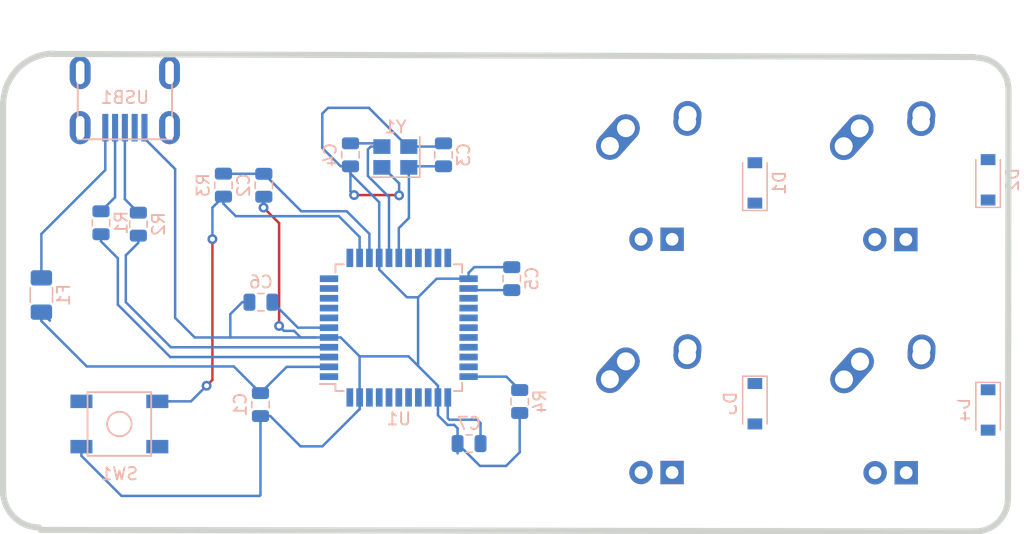
<source format=kicad_pcb>
(kicad_pcb (version 20171130) (host pcbnew "(5.1.2)-1")

  (general
    (thickness 1.6)
    (drawings 8)
    (tracks 156)
    (zones 0)
    (modules 24)
    (nets 57)
  )

  (page A4)
  (layers
    (0 F.Cu signal)
    (31 B.Cu signal)
    (32 B.Adhes user)
    (33 F.Adhes user)
    (34 B.Paste user)
    (35 F.Paste user)
    (36 B.SilkS user)
    (37 F.SilkS user)
    (38 B.Mask user)
    (39 F.Mask user)
    (40 Dwgs.User user)
    (41 Cmts.User user)
    (42 Eco1.User user)
    (43 Eco2.User user)
    (44 Edge.Cuts user)
    (45 Margin user)
    (46 B.CrtYd user)
    (47 F.CrtYd user)
    (48 B.Fab user)
    (49 F.Fab user)
  )

  (setup
    (last_trace_width 0.2032)
    (trace_clearance 0.2)
    (zone_clearance 0.508)
    (zone_45_only no)
    (trace_min 0.2)
    (via_size 0.8)
    (via_drill 0.4)
    (via_min_size 0.4)
    (via_min_drill 0.3)
    (uvia_size 0.3)
    (uvia_drill 0.1)
    (uvias_allowed no)
    (uvia_min_size 0.2)
    (uvia_min_drill 0.1)
    (edge_width 0.05)
    (segment_width 0.2)
    (pcb_text_width 0.3)
    (pcb_text_size 1.5 1.5)
    (mod_edge_width 0.12)
    (mod_text_size 1 1)
    (mod_text_width 0.15)
    (pad_size 1.4 1.2)
    (pad_drill 0)
    (pad_to_mask_clearance 0.051)
    (solder_mask_min_width 0.25)
    (aux_axis_origin 0 0)
    (visible_elements 7FFFFFFF)
    (pcbplotparams
      (layerselection 0x010fc_ffffffff)
      (usegerberextensions false)
      (usegerberattributes false)
      (usegerberadvancedattributes false)
      (creategerberjobfile false)
      (excludeedgelayer true)
      (linewidth 0.100000)
      (plotframeref false)
      (viasonmask false)
      (mode 1)
      (useauxorigin false)
      (hpglpennumber 1)
      (hpglpenspeed 20)
      (hpglpendiameter 15.000000)
      (psnegative false)
      (psa4output false)
      (plotreference true)
      (plotvalue true)
      (plotinvisibletext false)
      (padsonsilk false)
      (subtractmaskfromsilk false)
      (outputformat 1)
      (mirror false)
      (drillshape 1)
      (scaleselection 1)
      (outputdirectory ""))
  )

  (net 0 "")
  (net 1 +5V)
  (net 2 GND)
  (net 3 "Net-(C3-Pad1)")
  (net 4 "Net-(C4-Pad1)")
  (net 5 "Net-(C6-Pad1)")
  (net 6 ROW0)
  (net 7 "Net-(D1-Pad2)")
  (net 8 "Net-(D2-Pad2)")
  (net 9 ROW1)
  (net 10 "Net-(D3-Pad2)")
  (net 11 "Net-(D4-Pad2)")
  (net 12 VCC)
  (net 13 "Net-(MX1-Pad4)")
  (net 14 "Net-(MX1-Pad3)")
  (net 15 COL0)
  (net 16 "Net-(MX2-Pad4)")
  (net 17 "Net-(MX2-Pad3)")
  (net 18 COL1)
  (net 19 "Net-(MX3-Pad3)")
  (net 20 "Net-(MX3-Pad4)")
  (net 21 "Net-(MX4-Pad3)")
  (net 22 "Net-(MX4-Pad4)")
  (net 23 D-)
  (net 24 "Net-(R1-Pad1)")
  (net 25 "Net-(R2-Pad1)")
  (net 26 D+)
  (net 27 "Net-(R3-Pad2)")
  (net 28 "Net-(R4-Pad2)")
  (net 29 "Net-(U1-Pad1)")
  (net 30 "Net-(U1-Pad8)")
  (net 31 "Net-(U1-Pad9)")
  (net 32 "Net-(U1-Pad10)")
  (net 33 "Net-(U1-Pad11)")
  (net 34 "Net-(U1-Pad12)")
  (net 35 "Net-(U1-Pad18)")
  (net 36 "Net-(U1-Pad19)")
  (net 37 "Net-(U1-Pad20)")
  (net 38 "Net-(U1-Pad21)")
  (net 39 "Net-(U1-Pad22)")
  (net 40 "Net-(U1-Pad25)")
  (net 41 "Net-(U1-Pad26)")
  (net 42 "Net-(U1-Pad27)")
  (net 43 "Net-(U1-Pad28)")
  (net 44 "Net-(U1-Pad29)")
  (net 45 "Net-(U1-Pad30)")
  (net 46 "Net-(U1-Pad31)")
  (net 47 "Net-(U1-Pad32)")
  (net 48 "Net-(U1-Pad36)")
  (net 49 "Net-(U1-Pad37)")
  (net 50 "Net-(U1-Pad38)")
  (net 51 "Net-(U1-Pad39)")
  (net 52 "Net-(U1-Pad40)")
  (net 53 "Net-(U1-Pad41)")
  (net 54 "Net-(U1-Pad42)")
  (net 55 "Net-(USB1-Pad2)")
  (net 56 "Net-(USB1-Pad6)")

  (net_class Default "This is the default net class."
    (clearance 0.2)
    (trace_width 0.2032)
    (via_dia 0.8)
    (via_drill 0.4)
    (uvia_dia 0.3)
    (uvia_drill 0.1)
    (add_net +5V)
    (add_net COL0)
    (add_net COL1)
    (add_net D+)
    (add_net D-)
    (add_net GND)
    (add_net "Net-(C3-Pad1)")
    (add_net "Net-(C4-Pad1)")
    (add_net "Net-(C6-Pad1)")
    (add_net "Net-(D1-Pad2)")
    (add_net "Net-(D2-Pad2)")
    (add_net "Net-(D3-Pad2)")
    (add_net "Net-(D4-Pad2)")
    (add_net "Net-(MX1-Pad3)")
    (add_net "Net-(MX1-Pad4)")
    (add_net "Net-(MX2-Pad3)")
    (add_net "Net-(MX2-Pad4)")
    (add_net "Net-(MX3-Pad3)")
    (add_net "Net-(MX3-Pad4)")
    (add_net "Net-(MX4-Pad3)")
    (add_net "Net-(MX4-Pad4)")
    (add_net "Net-(R1-Pad1)")
    (add_net "Net-(R2-Pad1)")
    (add_net "Net-(R3-Pad2)")
    (add_net "Net-(R4-Pad2)")
    (add_net "Net-(U1-Pad1)")
    (add_net "Net-(U1-Pad10)")
    (add_net "Net-(U1-Pad11)")
    (add_net "Net-(U1-Pad12)")
    (add_net "Net-(U1-Pad18)")
    (add_net "Net-(U1-Pad19)")
    (add_net "Net-(U1-Pad20)")
    (add_net "Net-(U1-Pad21)")
    (add_net "Net-(U1-Pad22)")
    (add_net "Net-(U1-Pad25)")
    (add_net "Net-(U1-Pad26)")
    (add_net "Net-(U1-Pad27)")
    (add_net "Net-(U1-Pad28)")
    (add_net "Net-(U1-Pad29)")
    (add_net "Net-(U1-Pad30)")
    (add_net "Net-(U1-Pad31)")
    (add_net "Net-(U1-Pad32)")
    (add_net "Net-(U1-Pad36)")
    (add_net "Net-(U1-Pad37)")
    (add_net "Net-(U1-Pad38)")
    (add_net "Net-(U1-Pad39)")
    (add_net "Net-(U1-Pad40)")
    (add_net "Net-(U1-Pad41)")
    (add_net "Net-(U1-Pad42)")
    (add_net "Net-(U1-Pad8)")
    (add_net "Net-(U1-Pad9)")
    (add_net "Net-(USB1-Pad2)")
    (add_net "Net-(USB1-Pad6)")
    (add_net ROW0)
    (add_net ROW1)
    (add_net VCC)
  )

  (net_class Power ""
    (clearance 0.2)
    (trace_width 0.2032)
    (via_dia 0.8)
    (via_drill 0.4)
    (uvia_dia 0.3)
    (uvia_drill 0.1)
  )

  (module Capacitor_SMD:C_0805_2012Metric (layer B.Cu) (tedit 5B36C52B) (tstamp 5CE88738)
    (at 65.3 81.725 270)
    (descr "Capacitor SMD 0805 (2012 Metric), square (rectangular) end terminal, IPC_7351 nominal, (Body size source: https://docs.google.com/spreadsheets/d/1BsfQQcO9C6DZCsRaXUlFlo91Tg2WpOkGARC1WS5S8t0/edit?usp=sharing), generated with kicad-footprint-generator")
    (tags capacitor)
    (path /5CEA9377)
    (attr smd)
    (fp_text reference C2 (at 0 1.65 270) (layer B.SilkS)
      (effects (font (size 1 1) (thickness 0.15)) (justify mirror))
    )
    (fp_text value 0.1uF (at 0 -1.65 270) (layer B.Fab)
      (effects (font (size 1 1) (thickness 0.15)) (justify mirror))
    )
    (fp_text user %R (at 0 0 270) (layer B.Fab)
      (effects (font (size 0.5 0.5) (thickness 0.08)) (justify mirror))
    )
    (fp_line (start 1.68 -0.95) (end -1.68 -0.95) (layer B.CrtYd) (width 0.05))
    (fp_line (start 1.68 0.95) (end 1.68 -0.95) (layer B.CrtYd) (width 0.05))
    (fp_line (start -1.68 0.95) (end 1.68 0.95) (layer B.CrtYd) (width 0.05))
    (fp_line (start -1.68 -0.95) (end -1.68 0.95) (layer B.CrtYd) (width 0.05))
    (fp_line (start -0.258578 -0.71) (end 0.258578 -0.71) (layer B.SilkS) (width 0.12))
    (fp_line (start -0.258578 0.71) (end 0.258578 0.71) (layer B.SilkS) (width 0.12))
    (fp_line (start 1 -0.6) (end -1 -0.6) (layer B.Fab) (width 0.1))
    (fp_line (start 1 0.6) (end 1 -0.6) (layer B.Fab) (width 0.1))
    (fp_line (start -1 0.6) (end 1 0.6) (layer B.Fab) (width 0.1))
    (fp_line (start -1 -0.6) (end -1 0.6) (layer B.Fab) (width 0.1))
    (pad 2 smd roundrect (at 0.9375 0 270) (size 0.975 1.4) (layers B.Cu B.Paste B.Mask) (roundrect_rratio 0.25)
      (net 2 GND))
    (pad 1 smd roundrect (at -0.9375 0 270) (size 0.975 1.4) (layers B.Cu B.Paste B.Mask) (roundrect_rratio 0.25)
      (net 1 +5V))
    (model ${KISYS3DMOD}/Capacitor_SMD.3dshapes/C_0805_2012Metric.wrl
      (at (xyz 0 0 0))
      (scale (xyz 1 1 1))
      (rotate (xyz 0 0 0))
    )
  )

  (module Capacitor_SMD:C_0805_2012Metric (layer B.Cu) (tedit 5B36C52B) (tstamp 5CE88727)
    (at 65.025 99.6375 270)
    (descr "Capacitor SMD 0805 (2012 Metric), square (rectangular) end terminal, IPC_7351 nominal, (Body size source: https://docs.google.com/spreadsheets/d/1BsfQQcO9C6DZCsRaXUlFlo91Tg2WpOkGARC1WS5S8t0/edit?usp=sharing), generated with kicad-footprint-generator")
    (tags capacitor)
    (path /5CEAA989)
    (attr smd)
    (fp_text reference C1 (at 0 1.65 270) (layer B.SilkS)
      (effects (font (size 1 1) (thickness 0.15)) (justify mirror))
    )
    (fp_text value 0.1uF (at 0 -1.65 270) (layer B.Fab)
      (effects (font (size 1 1) (thickness 0.15)) (justify mirror))
    )
    (fp_line (start -1 -0.6) (end -1 0.6) (layer B.Fab) (width 0.1))
    (fp_line (start -1 0.6) (end 1 0.6) (layer B.Fab) (width 0.1))
    (fp_line (start 1 0.6) (end 1 -0.6) (layer B.Fab) (width 0.1))
    (fp_line (start 1 -0.6) (end -1 -0.6) (layer B.Fab) (width 0.1))
    (fp_line (start -0.258578 0.71) (end 0.258578 0.71) (layer B.SilkS) (width 0.12))
    (fp_line (start -0.258578 -0.71) (end 0.258578 -0.71) (layer B.SilkS) (width 0.12))
    (fp_line (start -1.68 -0.95) (end -1.68 0.95) (layer B.CrtYd) (width 0.05))
    (fp_line (start -1.68 0.95) (end 1.68 0.95) (layer B.CrtYd) (width 0.05))
    (fp_line (start 1.68 0.95) (end 1.68 -0.95) (layer B.CrtYd) (width 0.05))
    (fp_line (start 1.68 -0.95) (end -1.68 -0.95) (layer B.CrtYd) (width 0.05))
    (fp_text user %R (at 0 0 270) (layer B.Fab)
      (effects (font (size 0.5 0.5) (thickness 0.08)) (justify mirror))
    )
    (pad 1 smd roundrect (at -0.9375 0 270) (size 0.975 1.4) (layers B.Cu B.Paste B.Mask) (roundrect_rratio 0.25)
      (net 1 +5V))
    (pad 2 smd roundrect (at 0.9375 0 270) (size 0.975 1.4) (layers B.Cu B.Paste B.Mask) (roundrect_rratio 0.25)
      (net 2 GND))
    (model ${KISYS3DMOD}/Capacitor_SMD.3dshapes/C_0805_2012Metric.wrl
      (at (xyz 0 0 0))
      (scale (xyz 1 1 1))
      (rotate (xyz 0 0 0))
    )
  )

  (module Capacitor_SMD:C_0805_2012Metric (layer B.Cu) (tedit 5B36C52B) (tstamp 5CE88749)
    (at 79.975 79.2375 90)
    (descr "Capacitor SMD 0805 (2012 Metric), square (rectangular) end terminal, IPC_7351 nominal, (Body size source: https://docs.google.com/spreadsheets/d/1BsfQQcO9C6DZCsRaXUlFlo91Tg2WpOkGARC1WS5S8t0/edit?usp=sharing), generated with kicad-footprint-generator")
    (tags capacitor)
    (path /5CEB78D7)
    (attr smd)
    (fp_text reference C3 (at 0 1.65 270) (layer B.SilkS)
      (effects (font (size 1 1) (thickness 0.15)) (justify mirror))
    )
    (fp_text value 22pF (at 0 -1.65 270) (layer B.Fab)
      (effects (font (size 1 1) (thickness 0.15)) (justify mirror))
    )
    (fp_text user %R (at 0 0 270) (layer B.Fab)
      (effects (font (size 0.5 0.5) (thickness 0.08)) (justify mirror))
    )
    (fp_line (start 1.68 -0.95) (end -1.68 -0.95) (layer B.CrtYd) (width 0.05))
    (fp_line (start 1.68 0.95) (end 1.68 -0.95) (layer B.CrtYd) (width 0.05))
    (fp_line (start -1.68 0.95) (end 1.68 0.95) (layer B.CrtYd) (width 0.05))
    (fp_line (start -1.68 -0.95) (end -1.68 0.95) (layer B.CrtYd) (width 0.05))
    (fp_line (start -0.258578 -0.71) (end 0.258578 -0.71) (layer B.SilkS) (width 0.12))
    (fp_line (start -0.258578 0.71) (end 0.258578 0.71) (layer B.SilkS) (width 0.12))
    (fp_line (start 1 -0.6) (end -1 -0.6) (layer B.Fab) (width 0.1))
    (fp_line (start 1 0.6) (end 1 -0.6) (layer B.Fab) (width 0.1))
    (fp_line (start -1 0.6) (end 1 0.6) (layer B.Fab) (width 0.1))
    (fp_line (start -1 -0.6) (end -1 0.6) (layer B.Fab) (width 0.1))
    (pad 2 smd roundrect (at 0.9375 0 90) (size 0.975 1.4) (layers B.Cu B.Paste B.Mask) (roundrect_rratio 0.25)
      (net 2 GND))
    (pad 1 smd roundrect (at -0.9375 0 90) (size 0.975 1.4) (layers B.Cu B.Paste B.Mask) (roundrect_rratio 0.25)
      (net 3 "Net-(C3-Pad1)"))
    (model ${KISYS3DMOD}/Capacitor_SMD.3dshapes/C_0805_2012Metric.wrl
      (at (xyz 0 0 0))
      (scale (xyz 1 1 1))
      (rotate (xyz 0 0 0))
    )
  )

  (module Capacitor_SMD:C_0805_2012Metric (layer B.Cu) (tedit 5B36C52B) (tstamp 5CE8C4D4)
    (at 72.375 79.2375 270)
    (descr "Capacitor SMD 0805 (2012 Metric), square (rectangular) end terminal, IPC_7351 nominal, (Body size source: https://docs.google.com/spreadsheets/d/1BsfQQcO9C6DZCsRaXUlFlo91Tg2WpOkGARC1WS5S8t0/edit?usp=sharing), generated with kicad-footprint-generator")
    (tags capacitor)
    (path /5CEB8611)
    (attr smd)
    (fp_text reference C4 (at 0 1.65 270) (layer B.SilkS)
      (effects (font (size 1 1) (thickness 0.15)) (justify mirror))
    )
    (fp_text value 22pF (at 0 -1.65 270) (layer B.Fab)
      (effects (font (size 1 1) (thickness 0.15)) (justify mirror))
    )
    (fp_line (start -1 -0.6) (end -1 0.6) (layer B.Fab) (width 0.1))
    (fp_line (start -1 0.6) (end 1 0.6) (layer B.Fab) (width 0.1))
    (fp_line (start 1 0.6) (end 1 -0.6) (layer B.Fab) (width 0.1))
    (fp_line (start 1 -0.6) (end -1 -0.6) (layer B.Fab) (width 0.1))
    (fp_line (start -0.258578 0.71) (end 0.258578 0.71) (layer B.SilkS) (width 0.12))
    (fp_line (start -0.258578 -0.71) (end 0.258578 -0.71) (layer B.SilkS) (width 0.12))
    (fp_line (start -1.68 -0.95) (end -1.68 0.95) (layer B.CrtYd) (width 0.05))
    (fp_line (start -1.68 0.95) (end 1.68 0.95) (layer B.CrtYd) (width 0.05))
    (fp_line (start 1.68 0.95) (end 1.68 -0.95) (layer B.CrtYd) (width 0.05))
    (fp_line (start 1.68 -0.95) (end -1.68 -0.95) (layer B.CrtYd) (width 0.05))
    (fp_text user %R (at 0 0 270) (layer B.Fab)
      (effects (font (size 0.5 0.5) (thickness 0.08)) (justify mirror))
    )
    (pad 1 smd roundrect (at -0.9375 0 270) (size 0.975 1.4) (layers B.Cu B.Paste B.Mask) (roundrect_rratio 0.25)
      (net 4 "Net-(C4-Pad1)"))
    (pad 2 smd roundrect (at 0.9375 0 270) (size 0.975 1.4) (layers B.Cu B.Paste B.Mask) (roundrect_rratio 0.25)
      (net 2 GND))
    (model ${KISYS3DMOD}/Capacitor_SMD.3dshapes/C_0805_2012Metric.wrl
      (at (xyz 0 0 0))
      (scale (xyz 1 1 1))
      (rotate (xyz 0 0 0))
    )
  )

  (module Capacitor_SMD:C_0805_2012Metric (layer B.Cu) (tedit 5B36C52B) (tstamp 5CE8876B)
    (at 85.55 89.35 90)
    (descr "Capacitor SMD 0805 (2012 Metric), square (rectangular) end terminal, IPC_7351 nominal, (Body size source: https://docs.google.com/spreadsheets/d/1BsfQQcO9C6DZCsRaXUlFlo91Tg2WpOkGARC1WS5S8t0/edit?usp=sharing), generated with kicad-footprint-generator")
    (tags capacitor)
    (path /5CEA9C1D)
    (attr smd)
    (fp_text reference C5 (at 0 1.65 90) (layer B.SilkS)
      (effects (font (size 1 1) (thickness 0.15)) (justify mirror))
    )
    (fp_text value 0.1uF (at 0 -1.65 90) (layer B.Fab)
      (effects (font (size 1 1) (thickness 0.15)) (justify mirror))
    )
    (fp_line (start -1 -0.6) (end -1 0.6) (layer B.Fab) (width 0.1))
    (fp_line (start -1 0.6) (end 1 0.6) (layer B.Fab) (width 0.1))
    (fp_line (start 1 0.6) (end 1 -0.6) (layer B.Fab) (width 0.1))
    (fp_line (start 1 -0.6) (end -1 -0.6) (layer B.Fab) (width 0.1))
    (fp_line (start -0.258578 0.71) (end 0.258578 0.71) (layer B.SilkS) (width 0.12))
    (fp_line (start -0.258578 -0.71) (end 0.258578 -0.71) (layer B.SilkS) (width 0.12))
    (fp_line (start -1.68 -0.95) (end -1.68 0.95) (layer B.CrtYd) (width 0.05))
    (fp_line (start -1.68 0.95) (end 1.68 0.95) (layer B.CrtYd) (width 0.05))
    (fp_line (start 1.68 0.95) (end 1.68 -0.95) (layer B.CrtYd) (width 0.05))
    (fp_line (start 1.68 -0.95) (end -1.68 -0.95) (layer B.CrtYd) (width 0.05))
    (fp_text user %R (at 0 0 90) (layer B.Fab)
      (effects (font (size 0.5 0.5) (thickness 0.08)) (justify mirror))
    )
    (pad 1 smd roundrect (at -0.9375 0 90) (size 0.975 1.4) (layers B.Cu B.Paste B.Mask) (roundrect_rratio 0.25)
      (net 1 +5V))
    (pad 2 smd roundrect (at 0.9375 0 90) (size 0.975 1.4) (layers B.Cu B.Paste B.Mask) (roundrect_rratio 0.25)
      (net 2 GND))
    (model ${KISYS3DMOD}/Capacitor_SMD.3dshapes/C_0805_2012Metric.wrl
      (at (xyz 0 0 0))
      (scale (xyz 1 1 1))
      (rotate (xyz 0 0 0))
    )
  )

  (module Capacitor_SMD:C_0805_2012Metric (layer B.Cu) (tedit 5B36C52B) (tstamp 5CE8877C)
    (at 65.0625 91.275 180)
    (descr "Capacitor SMD 0805 (2012 Metric), square (rectangular) end terminal, IPC_7351 nominal, (Body size source: https://docs.google.com/spreadsheets/d/1BsfQQcO9C6DZCsRaXUlFlo91Tg2WpOkGARC1WS5S8t0/edit?usp=sharing), generated with kicad-footprint-generator")
    (tags capacitor)
    (path /5CEA5398)
    (attr smd)
    (fp_text reference C6 (at 0 1.65) (layer B.SilkS)
      (effects (font (size 1 1) (thickness 0.15)) (justify mirror))
    )
    (fp_text value 1uF (at 0 -1.65) (layer B.Fab)
      (effects (font (size 1 1) (thickness 0.15)) (justify mirror))
    )
    (fp_line (start -1 -0.6) (end -1 0.6) (layer B.Fab) (width 0.1))
    (fp_line (start -1 0.6) (end 1 0.6) (layer B.Fab) (width 0.1))
    (fp_line (start 1 0.6) (end 1 -0.6) (layer B.Fab) (width 0.1))
    (fp_line (start 1 -0.6) (end -1 -0.6) (layer B.Fab) (width 0.1))
    (fp_line (start -0.258578 0.71) (end 0.258578 0.71) (layer B.SilkS) (width 0.12))
    (fp_line (start -0.258578 -0.71) (end 0.258578 -0.71) (layer B.SilkS) (width 0.12))
    (fp_line (start -1.68 -0.95) (end -1.68 0.95) (layer B.CrtYd) (width 0.05))
    (fp_line (start -1.68 0.95) (end 1.68 0.95) (layer B.CrtYd) (width 0.05))
    (fp_line (start 1.68 0.95) (end 1.68 -0.95) (layer B.CrtYd) (width 0.05))
    (fp_line (start 1.68 -0.95) (end -1.68 -0.95) (layer B.CrtYd) (width 0.05))
    (fp_text user %R (at 0 0) (layer B.Fab)
      (effects (font (size 0.5 0.5) (thickness 0.08)) (justify mirror))
    )
    (pad 1 smd roundrect (at -0.9375 0 180) (size 0.975 1.4) (layers B.Cu B.Paste B.Mask) (roundrect_rratio 0.25)
      (net 5 "Net-(C6-Pad1)"))
    (pad 2 smd roundrect (at 0.9375 0 180) (size 0.975 1.4) (layers B.Cu B.Paste B.Mask) (roundrect_rratio 0.25)
      (net 2 GND))
    (model ${KISYS3DMOD}/Capacitor_SMD.3dshapes/C_0805_2012Metric.wrl
      (at (xyz 0 0 0))
      (scale (xyz 1 1 1))
      (rotate (xyz 0 0 0))
    )
  )

  (module Capacitor_SMD:C_0805_2012Metric (layer B.Cu) (tedit 5B36C52B) (tstamp 5CE8878D)
    (at 82.0625 102.825 180)
    (descr "Capacitor SMD 0805 (2012 Metric), square (rectangular) end terminal, IPC_7351 nominal, (Body size source: https://docs.google.com/spreadsheets/d/1BsfQQcO9C6DZCsRaXUlFlo91Tg2WpOkGARC1WS5S8t0/edit?usp=sharing), generated with kicad-footprint-generator")
    (tags capacitor)
    (path /5CEAA3BA)
    (attr smd)
    (fp_text reference C7 (at 0 1.65 180) (layer B.SilkS)
      (effects (font (size 1 1) (thickness 0.15)) (justify mirror))
    )
    (fp_text value 0.1uF (at 0 -1.65 180) (layer B.Fab)
      (effects (font (size 1 1) (thickness 0.15)) (justify mirror))
    )
    (fp_text user %R (at 1.1915 -0.127 180) (layer B.Fab)
      (effects (font (size 0.5 0.5) (thickness 0.08)) (justify mirror))
    )
    (fp_line (start 1.68 -0.95) (end -1.68 -0.95) (layer B.CrtYd) (width 0.05))
    (fp_line (start 1.68 0.95) (end 1.68 -0.95) (layer B.CrtYd) (width 0.05))
    (fp_line (start -1.68 0.95) (end 1.68 0.95) (layer B.CrtYd) (width 0.05))
    (fp_line (start -1.68 -0.95) (end -1.68 0.95) (layer B.CrtYd) (width 0.05))
    (fp_line (start -0.258578 -0.71) (end 0.258578 -0.71) (layer B.SilkS) (width 0.12))
    (fp_line (start -0.258578 0.71) (end 0.258578 0.71) (layer B.SilkS) (width 0.12))
    (fp_line (start 1 -0.6) (end -1 -0.6) (layer B.Fab) (width 0.1))
    (fp_line (start 1 0.6) (end 1 -0.6) (layer B.Fab) (width 0.1))
    (fp_line (start -1 0.6) (end 1 0.6) (layer B.Fab) (width 0.1))
    (fp_line (start -1 -0.6) (end -1 0.6) (layer B.Fab) (width 0.1))
    (pad 2 smd roundrect (at 0.9375 0 180) (size 0.975 1.4) (layers B.Cu B.Paste B.Mask) (roundrect_rratio 0.25)
      (net 2 GND))
    (pad 1 smd roundrect (at -0.9375 0 180) (size 0.975 1.4) (layers B.Cu B.Paste B.Mask) (roundrect_rratio 0.25)
      (net 1 +5V))
    (model ${KISYS3DMOD}/Capacitor_SMD.3dshapes/C_0805_2012Metric.wrl
      (at (xyz 0 0 0))
      (scale (xyz 1 1 1))
      (rotate (xyz 0 0 0))
    )
  )

  (module Diode_SMD:D_SOD-123 (layer B.Cu) (tedit 58645DC7) (tstamp 5CE887A6)
    (at 105.41 81.534 90)
    (descr SOD-123)
    (tags SOD-123)
    (path /5CF07080)
    (attr smd)
    (fp_text reference D1 (at 0 2 270) (layer B.SilkS)
      (effects (font (size 1 1) (thickness 0.15)) (justify mirror))
    )
    (fp_text value D_Small (at 0 -2.1 270) (layer B.Fab)
      (effects (font (size 1 1) (thickness 0.15)) (justify mirror))
    )
    (fp_text user %R (at 0 2 270) (layer B.Fab)
      (effects (font (size 1 1) (thickness 0.15)) (justify mirror))
    )
    (fp_line (start -2.25 1) (end -2.25 -1) (layer B.SilkS) (width 0.12))
    (fp_line (start 0.25 0) (end 0.75 0) (layer B.Fab) (width 0.1))
    (fp_line (start 0.25 -0.4) (end -0.35 0) (layer B.Fab) (width 0.1))
    (fp_line (start 0.25 0.4) (end 0.25 -0.4) (layer B.Fab) (width 0.1))
    (fp_line (start -0.35 0) (end 0.25 0.4) (layer B.Fab) (width 0.1))
    (fp_line (start -0.35 0) (end -0.35 -0.55) (layer B.Fab) (width 0.1))
    (fp_line (start -0.35 0) (end -0.35 0.55) (layer B.Fab) (width 0.1))
    (fp_line (start -0.75 0) (end -0.35 0) (layer B.Fab) (width 0.1))
    (fp_line (start -1.4 -0.9) (end -1.4 0.9) (layer B.Fab) (width 0.1))
    (fp_line (start 1.4 -0.9) (end -1.4 -0.9) (layer B.Fab) (width 0.1))
    (fp_line (start 1.4 0.9) (end 1.4 -0.9) (layer B.Fab) (width 0.1))
    (fp_line (start -1.4 0.9) (end 1.4 0.9) (layer B.Fab) (width 0.1))
    (fp_line (start -2.35 1.15) (end 2.35 1.15) (layer B.CrtYd) (width 0.05))
    (fp_line (start 2.35 1.15) (end 2.35 -1.15) (layer B.CrtYd) (width 0.05))
    (fp_line (start 2.35 -1.15) (end -2.35 -1.15) (layer B.CrtYd) (width 0.05))
    (fp_line (start -2.35 1.15) (end -2.35 -1.15) (layer B.CrtYd) (width 0.05))
    (fp_line (start -2.25 -1) (end 1.65 -1) (layer B.SilkS) (width 0.12))
    (fp_line (start -2.25 1) (end 1.65 1) (layer B.SilkS) (width 0.12))
    (pad 1 smd rect (at -1.65 0 90) (size 0.9 1.2) (layers B.Cu B.Paste B.Mask)
      (net 6 ROW0))
    (pad 2 smd rect (at 1.65 0 90) (size 0.9 1.2) (layers B.Cu B.Paste B.Mask)
      (net 7 "Net-(D1-Pad2)"))
    (model ${KISYS3DMOD}/Diode_SMD.3dshapes/D_SOD-123.wrl
      (at (xyz 0 0 0))
      (scale (xyz 1 1 1))
      (rotate (xyz 0 0 0))
    )
  )

  (module Diode_SMD:D_SOD-123 (layer B.Cu) (tedit 58645DC7) (tstamp 5CE887BF)
    (at 124.46 81.28 90)
    (descr SOD-123)
    (tags SOD-123)
    (path /5CF103E0)
    (attr smd)
    (fp_text reference D2 (at 0 2 270) (layer B.SilkS)
      (effects (font (size 1 1) (thickness 0.15)) (justify mirror))
    )
    (fp_text value D_Small (at 0 -2.1 270) (layer B.Fab)
      (effects (font (size 1 1) (thickness 0.15)) (justify mirror))
    )
    (fp_line (start -2.25 1) (end 1.65 1) (layer B.SilkS) (width 0.12))
    (fp_line (start -2.25 -1) (end 1.65 -1) (layer B.SilkS) (width 0.12))
    (fp_line (start -2.35 1.15) (end -2.35 -1.15) (layer B.CrtYd) (width 0.05))
    (fp_line (start 2.35 -1.15) (end -2.35 -1.15) (layer B.CrtYd) (width 0.05))
    (fp_line (start 2.35 1.15) (end 2.35 -1.15) (layer B.CrtYd) (width 0.05))
    (fp_line (start -2.35 1.15) (end 2.35 1.15) (layer B.CrtYd) (width 0.05))
    (fp_line (start -1.4 0.9) (end 1.4 0.9) (layer B.Fab) (width 0.1))
    (fp_line (start 1.4 0.9) (end 1.4 -0.9) (layer B.Fab) (width 0.1))
    (fp_line (start 1.4 -0.9) (end -1.4 -0.9) (layer B.Fab) (width 0.1))
    (fp_line (start -1.4 -0.9) (end -1.4 0.9) (layer B.Fab) (width 0.1))
    (fp_line (start -0.75 0) (end -0.35 0) (layer B.Fab) (width 0.1))
    (fp_line (start -0.35 0) (end -0.35 0.55) (layer B.Fab) (width 0.1))
    (fp_line (start -0.35 0) (end -0.35 -0.55) (layer B.Fab) (width 0.1))
    (fp_line (start -0.35 0) (end 0.25 0.4) (layer B.Fab) (width 0.1))
    (fp_line (start 0.25 0.4) (end 0.25 -0.4) (layer B.Fab) (width 0.1))
    (fp_line (start 0.25 -0.4) (end -0.35 0) (layer B.Fab) (width 0.1))
    (fp_line (start 0.25 0) (end 0.75 0) (layer B.Fab) (width 0.1))
    (fp_line (start -2.25 1) (end -2.25 -1) (layer B.SilkS) (width 0.12))
    (fp_text user %R (at 0 2 270) (layer B.Fab)
      (effects (font (size 1 1) (thickness 0.15)) (justify mirror))
    )
    (pad 2 smd rect (at 1.65 0 90) (size 0.9 1.2) (layers B.Cu B.Paste B.Mask)
      (net 8 "Net-(D2-Pad2)"))
    (pad 1 smd rect (at -1.65 0 90) (size 0.9 1.2) (layers B.Cu B.Paste B.Mask)
      (net 9 ROW1))
    (model ${KISYS3DMOD}/Diode_SMD.3dshapes/D_SOD-123.wrl
      (at (xyz 0 0 0))
      (scale (xyz 1 1 1))
      (rotate (xyz 0 0 0))
    )
  )

  (module Diode_SMD:D_SOD-123 (layer B.Cu) (tedit 58645DC7) (tstamp 5CE887D8)
    (at 105.41 99.568 270)
    (descr SOD-123)
    (tags SOD-123)
    (path /5CF1178D)
    (attr smd)
    (fp_text reference D3 (at 0 2 270) (layer B.SilkS)
      (effects (font (size 1 1) (thickness 0.15)) (justify mirror))
    )
    (fp_text value D_Small (at 0 -2.1 270) (layer B.Fab)
      (effects (font (size 1 1) (thickness 0.15)) (justify mirror))
    )
    (fp_text user %R (at 0 2 270) (layer B.Fab)
      (effects (font (size 1 1) (thickness 0.15)) (justify mirror))
    )
    (fp_line (start -2.25 1) (end -2.25 -1) (layer B.SilkS) (width 0.12))
    (fp_line (start 0.25 0) (end 0.75 0) (layer B.Fab) (width 0.1))
    (fp_line (start 0.25 -0.4) (end -0.35 0) (layer B.Fab) (width 0.1))
    (fp_line (start 0.25 0.4) (end 0.25 -0.4) (layer B.Fab) (width 0.1))
    (fp_line (start -0.35 0) (end 0.25 0.4) (layer B.Fab) (width 0.1))
    (fp_line (start -0.35 0) (end -0.35 -0.55) (layer B.Fab) (width 0.1))
    (fp_line (start -0.35 0) (end -0.35 0.55) (layer B.Fab) (width 0.1))
    (fp_line (start -0.75 0) (end -0.35 0) (layer B.Fab) (width 0.1))
    (fp_line (start -1.4 -0.9) (end -1.4 0.9) (layer B.Fab) (width 0.1))
    (fp_line (start 1.4 -0.9) (end -1.4 -0.9) (layer B.Fab) (width 0.1))
    (fp_line (start 1.4 0.9) (end 1.4 -0.9) (layer B.Fab) (width 0.1))
    (fp_line (start -1.4 0.9) (end 1.4 0.9) (layer B.Fab) (width 0.1))
    (fp_line (start -2.35 1.15) (end 2.35 1.15) (layer B.CrtYd) (width 0.05))
    (fp_line (start 2.35 1.15) (end 2.35 -1.15) (layer B.CrtYd) (width 0.05))
    (fp_line (start 2.35 -1.15) (end -2.35 -1.15) (layer B.CrtYd) (width 0.05))
    (fp_line (start -2.35 1.15) (end -2.35 -1.15) (layer B.CrtYd) (width 0.05))
    (fp_line (start -2.25 -1) (end 1.65 -1) (layer B.SilkS) (width 0.12))
    (fp_line (start -2.25 1) (end 1.65 1) (layer B.SilkS) (width 0.12))
    (pad 1 smd rect (at -1.65 0 270) (size 0.9 1.2) (layers B.Cu B.Paste B.Mask)
      (net 6 ROW0))
    (pad 2 smd rect (at 1.65 0 270) (size 0.9 1.2) (layers B.Cu B.Paste B.Mask)
      (net 10 "Net-(D3-Pad2)"))
    (model ${KISYS3DMOD}/Diode_SMD.3dshapes/D_SOD-123.wrl
      (at (xyz 0 0 0))
      (scale (xyz 1 1 1))
      (rotate (xyz 0 0 0))
    )
  )

  (module Diode_SMD:D_SOD-123 (layer B.Cu) (tedit 58645DC7) (tstamp 5CE887F1)
    (at 124.46 100.076 270)
    (descr SOD-123)
    (tags SOD-123)
    (path /5CF11025)
    (attr smd)
    (fp_text reference D4 (at 0 2 270) (layer B.SilkS)
      (effects (font (size 1 1) (thickness 0.15)) (justify mirror))
    )
    (fp_text value D_Small (at 0 -2.1 270) (layer B.Fab)
      (effects (font (size 1 1) (thickness 0.15)) (justify mirror))
    )
    (fp_line (start -2.25 1) (end 1.65 1) (layer B.SilkS) (width 0.12))
    (fp_line (start -2.25 -1) (end 1.65 -1) (layer B.SilkS) (width 0.12))
    (fp_line (start -2.35 1.15) (end -2.35 -1.15) (layer B.CrtYd) (width 0.05))
    (fp_line (start 2.35 -1.15) (end -2.35 -1.15) (layer B.CrtYd) (width 0.05))
    (fp_line (start 2.35 1.15) (end 2.35 -1.15) (layer B.CrtYd) (width 0.05))
    (fp_line (start -2.35 1.15) (end 2.35 1.15) (layer B.CrtYd) (width 0.05))
    (fp_line (start -1.4 0.9) (end 1.4 0.9) (layer B.Fab) (width 0.1))
    (fp_line (start 1.4 0.9) (end 1.4 -0.9) (layer B.Fab) (width 0.1))
    (fp_line (start 1.4 -0.9) (end -1.4 -0.9) (layer B.Fab) (width 0.1))
    (fp_line (start -1.4 -0.9) (end -1.4 0.9) (layer B.Fab) (width 0.1))
    (fp_line (start -0.75 0) (end -0.35 0) (layer B.Fab) (width 0.1))
    (fp_line (start -0.35 0) (end -0.35 0.55) (layer B.Fab) (width 0.1))
    (fp_line (start -0.35 0) (end -0.35 -0.55) (layer B.Fab) (width 0.1))
    (fp_line (start -0.35 0) (end 0.25 0.4) (layer B.Fab) (width 0.1))
    (fp_line (start 0.25 0.4) (end 0.25 -0.4) (layer B.Fab) (width 0.1))
    (fp_line (start 0.25 -0.4) (end -0.35 0) (layer B.Fab) (width 0.1))
    (fp_line (start 0.25 0) (end 0.75 0) (layer B.Fab) (width 0.1))
    (fp_line (start -2.25 1) (end -2.25 -1) (layer B.SilkS) (width 0.12))
    (fp_text user %R (at 0 2 270) (layer B.Fab)
      (effects (font (size 1 1) (thickness 0.15)) (justify mirror))
    )
    (pad 2 smd rect (at 1.65 0 270) (size 0.9 1.2) (layers B.Cu B.Paste B.Mask)
      (net 11 "Net-(D4-Pad2)"))
    (pad 1 smd rect (at -1.65 0 270) (size 0.9 1.2) (layers B.Cu B.Paste B.Mask)
      (net 9 ROW1))
    (model ${KISYS3DMOD}/Diode_SMD.3dshapes/D_SOD-123.wrl
      (at (xyz 0 0 0))
      (scale (xyz 1 1 1))
      (rotate (xyz 0 0 0))
    )
  )

  (module Fuse:Fuse_1206_3216Metric (layer B.Cu) (tedit 5B301BBE) (tstamp 5CE88802)
    (at 47.13 90.69 90)
    (descr "Fuse SMD 1206 (3216 Metric), square (rectangular) end terminal, IPC_7351 nominal, (Body size source: http://www.tortai-tech.com/upload/download/2011102023233369053.pdf), generated with kicad-footprint-generator")
    (tags resistor)
    (path /5CEC7C51)
    (attr smd)
    (fp_text reference F1 (at 0 1.82 270) (layer B.SilkS)
      (effects (font (size 1 1) (thickness 0.15)) (justify mirror))
    )
    (fp_text value 500mA (at 0 -1.82 270) (layer B.Fab)
      (effects (font (size 1 1) (thickness 0.15)) (justify mirror))
    )
    (fp_line (start -1.6 -0.8) (end -1.6 0.8) (layer B.Fab) (width 0.1))
    (fp_line (start -1.6 0.8) (end 1.6 0.8) (layer B.Fab) (width 0.1))
    (fp_line (start 1.6 0.8) (end 1.6 -0.8) (layer B.Fab) (width 0.1))
    (fp_line (start 1.6 -0.8) (end -1.6 -0.8) (layer B.Fab) (width 0.1))
    (fp_line (start -0.602064 0.91) (end 0.602064 0.91) (layer B.SilkS) (width 0.12))
    (fp_line (start -0.602064 -0.91) (end 0.602064 -0.91) (layer B.SilkS) (width 0.12))
    (fp_line (start -2.28 -1.12) (end -2.28 1.12) (layer B.CrtYd) (width 0.05))
    (fp_line (start -2.28 1.12) (end 2.28 1.12) (layer B.CrtYd) (width 0.05))
    (fp_line (start 2.28 1.12) (end 2.28 -1.12) (layer B.CrtYd) (width 0.05))
    (fp_line (start 2.28 -1.12) (end -2.28 -1.12) (layer B.CrtYd) (width 0.05))
    (fp_text user %R (at 0 0 270) (layer B.Fab)
      (effects (font (size 0.8 0.8) (thickness 0.12)) (justify mirror))
    )
    (pad 1 smd roundrect (at -1.4 0 90) (size 1.25 1.75) (layers B.Cu B.Paste B.Mask) (roundrect_rratio 0.2)
      (net 1 +5V))
    (pad 2 smd roundrect (at 1.4 0 90) (size 1.25 1.75) (layers B.Cu B.Paste B.Mask) (roundrect_rratio 0.2)
      (net 12 VCC))
    (model ${KISYS3DMOD}/Fuse.3dshapes/Fuse_1206_3216Metric.wrl
      (at (xyz 0 0 0))
      (scale (xyz 1 1 1))
      (rotate (xyz 0 0 0))
    )
  )

  (module MX_Alps_Hybrid:MX-1U (layer F.Cu) (tedit 5A9F3A9A) (tstamp 5CE8881B)
    (at 97.37725 81.05775)
    (path /5CF056DA)
    (fp_text reference MX1 (at 0 3.175) (layer Dwgs.User)
      (effects (font (size 1 1) (thickness 0.15)))
    )
    (fp_text value MX-1U (at 0 -7.9375) (layer Dwgs.User)
      (effects (font (size 1 1) (thickness 0.15)))
    )
    (fp_line (start -9.525 9.525) (end -9.525 -9.525) (layer Dwgs.User) (width 0.15))
    (fp_line (start 9.525 9.525) (end -9.525 9.525) (layer Dwgs.User) (width 0.15))
    (fp_line (start 9.525 -9.525) (end 9.525 9.525) (layer Dwgs.User) (width 0.15))
    (fp_line (start -9.525 -9.525) (end 9.525 -9.525) (layer Dwgs.User) (width 0.15))
    (fp_line (start -7 -7) (end -7 -5) (layer Dwgs.User) (width 0.15))
    (fp_line (start -5 -7) (end -7 -7) (layer Dwgs.User) (width 0.15))
    (fp_line (start -7 7) (end -5 7) (layer Dwgs.User) (width 0.15))
    (fp_line (start -7 5) (end -7 7) (layer Dwgs.User) (width 0.15))
    (fp_line (start 7 7) (end 7 5) (layer Dwgs.User) (width 0.15))
    (fp_line (start 5 7) (end 7 7) (layer Dwgs.User) (width 0.15))
    (fp_line (start 7 -7) (end 7 -5) (layer Dwgs.User) (width 0.15))
    (fp_line (start 5 -7) (end 7 -7) (layer Dwgs.User) (width 0.15))
    (pad "" np_thru_hole circle (at 5.08 0 48.0996) (size 1.75 1.75) (drill 1.75) (layers *.Cu *.Mask))
    (pad "" np_thru_hole circle (at -5.08 0 48.0996) (size 1.75 1.75) (drill 1.75) (layers *.Cu *.Mask))
    (pad 4 thru_hole rect (at 1.27 5.08) (size 1.905 1.905) (drill 1.04) (layers *.Cu B.Mask)
      (net 13 "Net-(MX1-Pad4)"))
    (pad 3 thru_hole circle (at -1.27 5.08) (size 1.905 1.905) (drill 1.04) (layers *.Cu B.Mask)
      (net 14 "Net-(MX1-Pad3)"))
    (pad 1 thru_hole circle (at -2.5 -4) (size 2.25 2.25) (drill 1.47) (layers *.Cu B.Mask)
      (net 15 COL0))
    (pad "" np_thru_hole circle (at 0 0) (size 3.9878 3.9878) (drill 3.9878) (layers *.Cu *.Mask))
    (pad 1 thru_hole oval (at -3.81 -2.54 48.0996) (size 4.211556 2.25) (drill 1.47 (offset 0.980778 0)) (layers *.Cu B.Mask)
      (net 15 COL0))
    (pad 2 thru_hole circle (at 2.54 -5.08) (size 2.25 2.25) (drill 1.47) (layers *.Cu B.Mask)
      (net 7 "Net-(D1-Pad2)"))
    (pad 2 thru_hole oval (at 2.5 -4.5 86.0548) (size 2.831378 2.25) (drill 1.47 (offset 0.290689 0)) (layers *.Cu B.Mask)
      (net 7 "Net-(D1-Pad2)"))
  )

  (module MX_Alps_Hybrid:MX-1U (layer F.Cu) (tedit 5A9F3A9A) (tstamp 5CE88834)
    (at 116.475 81.075)
    (path /5CF0E903)
    (fp_text reference MX2 (at 0 3.175) (layer Dwgs.User)
      (effects (font (size 1 1) (thickness 0.15)))
    )
    (fp_text value MX-1U (at 0 -7.9375) (layer Dwgs.User)
      (effects (font (size 1 1) (thickness 0.15)))
    )
    (fp_line (start -9.525 9.525) (end -9.525 -9.525) (layer Dwgs.User) (width 0.15))
    (fp_line (start 9.525 9.525) (end -9.525 9.525) (layer Dwgs.User) (width 0.15))
    (fp_line (start 9.525 -9.525) (end 9.525 9.525) (layer Dwgs.User) (width 0.15))
    (fp_line (start -9.525 -9.525) (end 9.525 -9.525) (layer Dwgs.User) (width 0.15))
    (fp_line (start -7 -7) (end -7 -5) (layer Dwgs.User) (width 0.15))
    (fp_line (start -5 -7) (end -7 -7) (layer Dwgs.User) (width 0.15))
    (fp_line (start -7 7) (end -5 7) (layer Dwgs.User) (width 0.15))
    (fp_line (start -7 5) (end -7 7) (layer Dwgs.User) (width 0.15))
    (fp_line (start 7 7) (end 7 5) (layer Dwgs.User) (width 0.15))
    (fp_line (start 5 7) (end 7 7) (layer Dwgs.User) (width 0.15))
    (fp_line (start 7 -7) (end 7 -5) (layer Dwgs.User) (width 0.15))
    (fp_line (start 5 -7) (end 7 -7) (layer Dwgs.User) (width 0.15))
    (pad "" np_thru_hole circle (at 5.08 0 48.0996) (size 1.75 1.75) (drill 1.75) (layers *.Cu *.Mask))
    (pad "" np_thru_hole circle (at -5.08 0 48.0996) (size 1.75 1.75) (drill 1.75) (layers *.Cu *.Mask))
    (pad 4 thru_hole rect (at 1.27 5.08) (size 1.905 1.905) (drill 1.04) (layers *.Cu B.Mask)
      (net 16 "Net-(MX2-Pad4)"))
    (pad 3 thru_hole circle (at -1.27 5.08) (size 1.905 1.905) (drill 1.04) (layers *.Cu B.Mask)
      (net 17 "Net-(MX2-Pad3)"))
    (pad 1 thru_hole circle (at -2.5 -4) (size 2.25 2.25) (drill 1.47) (layers *.Cu B.Mask)
      (net 15 COL0))
    (pad "" np_thru_hole circle (at 0 0) (size 3.9878 3.9878) (drill 3.9878) (layers *.Cu *.Mask))
    (pad 1 thru_hole oval (at -3.81 -2.54 48.0996) (size 4.211556 2.25) (drill 1.47 (offset 0.980778 0)) (layers *.Cu B.Mask)
      (net 15 COL0))
    (pad 2 thru_hole circle (at 2.54 -5.08) (size 2.25 2.25) (drill 1.47) (layers *.Cu B.Mask)
      (net 8 "Net-(D2-Pad2)"))
    (pad 2 thru_hole oval (at 2.5 -4.5 86.0548) (size 2.831378 2.25) (drill 1.47 (offset 0.290689 0)) (layers *.Cu B.Mask)
      (net 8 "Net-(D2-Pad2)"))
  )

  (module MX_Alps_Hybrid:MX-1U (layer F.Cu) (tedit 5A9F3A9A) (tstamp 5CE8A3AB)
    (at 97.375 100.10775)
    (path /5CF0DBFB)
    (fp_text reference MX3 (at 0 3.175) (layer Dwgs.User)
      (effects (font (size 1 1) (thickness 0.15)))
    )
    (fp_text value MX-1U (at 0 -7.9375) (layer Dwgs.User)
      (effects (font (size 1 1) (thickness 0.15)))
    )
    (fp_line (start 5 -7) (end 7 -7) (layer Dwgs.User) (width 0.15))
    (fp_line (start 7 -7) (end 7 -5) (layer Dwgs.User) (width 0.15))
    (fp_line (start 5 7) (end 7 7) (layer Dwgs.User) (width 0.15))
    (fp_line (start 7 7) (end 7 5) (layer Dwgs.User) (width 0.15))
    (fp_line (start -7 5) (end -7 7) (layer Dwgs.User) (width 0.15))
    (fp_line (start -7 7) (end -5 7) (layer Dwgs.User) (width 0.15))
    (fp_line (start -5 -7) (end -7 -7) (layer Dwgs.User) (width 0.15))
    (fp_line (start -7 -7) (end -7 -5) (layer Dwgs.User) (width 0.15))
    (fp_line (start -9.525 -9.525) (end 9.525 -9.525) (layer Dwgs.User) (width 0.15))
    (fp_line (start 9.525 -9.525) (end 9.525 9.525) (layer Dwgs.User) (width 0.15))
    (fp_line (start 9.525 9.525) (end -9.525 9.525) (layer Dwgs.User) (width 0.15))
    (fp_line (start -9.525 9.525) (end -9.525 -9.525) (layer Dwgs.User) (width 0.15))
    (pad 2 thru_hole oval (at 2.5 -4.5 86.0548) (size 2.831378 2.25) (drill 1.47 (offset 0.290689 0)) (layers *.Cu B.Mask)
      (net 10 "Net-(D3-Pad2)"))
    (pad 2 thru_hole circle (at 2.54 -5.08) (size 2.25 2.25) (drill 1.47) (layers *.Cu B.Mask)
      (net 10 "Net-(D3-Pad2)"))
    (pad 1 thru_hole oval (at -3.81 -2.54 48.0996) (size 4.211556 2.25) (drill 1.47 (offset 0.980778 0)) (layers *.Cu B.Mask)
      (net 18 COL1))
    (pad "" np_thru_hole circle (at 0 0) (size 3.9878 3.9878) (drill 3.9878) (layers *.Cu *.Mask))
    (pad 1 thru_hole circle (at -2.5 -4) (size 2.25 2.25) (drill 1.47) (layers *.Cu B.Mask)
      (net 18 COL1))
    (pad 3 thru_hole circle (at -1.27 5.08) (size 1.905 1.905) (drill 1.04) (layers *.Cu B.Mask)
      (net 19 "Net-(MX3-Pad3)"))
    (pad 4 thru_hole rect (at 1.27 5.08) (size 1.905 1.905) (drill 1.04) (layers *.Cu B.Mask)
      (net 20 "Net-(MX3-Pad4)"))
    (pad "" np_thru_hole circle (at -5.08 0 48.0996) (size 1.75 1.75) (drill 1.75) (layers *.Cu *.Mask))
    (pad "" np_thru_hole circle (at 5.08 0 48.0996) (size 1.75 1.75) (drill 1.75) (layers *.Cu *.Mask))
  )

  (module MX_Alps_Hybrid:MX-1U (layer F.Cu) (tedit 5A9F3A9A) (tstamp 5CE88866)
    (at 116.5 100.125)
    (path /5CF0F8EF)
    (fp_text reference MX4 (at 0 3.175) (layer Dwgs.User)
      (effects (font (size 1 1) (thickness 0.15)))
    )
    (fp_text value MX-1U (at 0 -7.9375) (layer Dwgs.User)
      (effects (font (size 1 1) (thickness 0.15)))
    )
    (fp_line (start 5 -7) (end 7 -7) (layer Dwgs.User) (width 0.15))
    (fp_line (start 7 -7) (end 7 -5) (layer Dwgs.User) (width 0.15))
    (fp_line (start 5 7) (end 7 7) (layer Dwgs.User) (width 0.15))
    (fp_line (start 7 7) (end 7 5) (layer Dwgs.User) (width 0.15))
    (fp_line (start -7 5) (end -7 7) (layer Dwgs.User) (width 0.15))
    (fp_line (start -7 7) (end -5 7) (layer Dwgs.User) (width 0.15))
    (fp_line (start -5 -7) (end -7 -7) (layer Dwgs.User) (width 0.15))
    (fp_line (start -7 -7) (end -7 -5) (layer Dwgs.User) (width 0.15))
    (fp_line (start -9.525 -9.525) (end 9.525 -9.525) (layer Dwgs.User) (width 0.15))
    (fp_line (start 9.525 -9.525) (end 9.525 9.525) (layer Dwgs.User) (width 0.15))
    (fp_line (start 9.525 9.525) (end -9.525 9.525) (layer Dwgs.User) (width 0.15))
    (fp_line (start -9.525 9.525) (end -9.525 -9.525) (layer Dwgs.User) (width 0.15))
    (pad 2 thru_hole oval (at 2.5 -4.5 86.0548) (size 2.831378 2.25) (drill 1.47 (offset 0.290689 0)) (layers *.Cu B.Mask)
      (net 11 "Net-(D4-Pad2)"))
    (pad 2 thru_hole circle (at 2.54 -5.08) (size 2.25 2.25) (drill 1.47) (layers *.Cu B.Mask)
      (net 11 "Net-(D4-Pad2)"))
    (pad 1 thru_hole oval (at -3.81 -2.54 48.0996) (size 4.211556 2.25) (drill 1.47 (offset 0.980778 0)) (layers *.Cu B.Mask)
      (net 18 COL1))
    (pad "" np_thru_hole circle (at 0 0) (size 3.9878 3.9878) (drill 3.9878) (layers *.Cu *.Mask))
    (pad 1 thru_hole circle (at -2.5 -4) (size 2.25 2.25) (drill 1.47) (layers *.Cu B.Mask)
      (net 18 COL1))
    (pad 3 thru_hole circle (at -1.27 5.08) (size 1.905 1.905) (drill 1.04) (layers *.Cu B.Mask)
      (net 21 "Net-(MX4-Pad3)"))
    (pad 4 thru_hole rect (at 1.27 5.08) (size 1.905 1.905) (drill 1.04) (layers *.Cu B.Mask)
      (net 22 "Net-(MX4-Pad4)"))
    (pad "" np_thru_hole circle (at -5.08 0 48.0996) (size 1.75 1.75) (drill 1.75) (layers *.Cu *.Mask))
    (pad "" np_thru_hole circle (at 5.08 0 48.0996) (size 1.75 1.75) (drill 1.75) (layers *.Cu *.Mask))
  )

  (module Resistor_SMD:R_0805_2012Metric (layer B.Cu) (tedit 5B36C52B) (tstamp 5CE88877)
    (at 52 84.7875 90)
    (descr "Resistor SMD 0805 (2012 Metric), square (rectangular) end terminal, IPC_7351 nominal, (Body size source: https://docs.google.com/spreadsheets/d/1BsfQQcO9C6DZCsRaXUlFlo91Tg2WpOkGARC1WS5S8t0/edit?usp=sharing), generated with kicad-footprint-generator")
    (tags resistor)
    (path /5CE9CF23)
    (attr smd)
    (fp_text reference R1 (at 0 1.65 270) (layer B.SilkS)
      (effects (font (size 1 1) (thickness 0.15)) (justify mirror))
    )
    (fp_text value 22 (at 0 -1.65 270) (layer B.Fab)
      (effects (font (size 1 1) (thickness 0.15)) (justify mirror))
    )
    (fp_text user %R (at 0 0 270) (layer B.Fab)
      (effects (font (size 0.5 0.5) (thickness 0.08)) (justify mirror))
    )
    (fp_line (start 1.68 -0.95) (end -1.68 -0.95) (layer B.CrtYd) (width 0.05))
    (fp_line (start 1.68 0.95) (end 1.68 -0.95) (layer B.CrtYd) (width 0.05))
    (fp_line (start -1.68 0.95) (end 1.68 0.95) (layer B.CrtYd) (width 0.05))
    (fp_line (start -1.68 -0.95) (end -1.68 0.95) (layer B.CrtYd) (width 0.05))
    (fp_line (start -0.258578 -0.71) (end 0.258578 -0.71) (layer B.SilkS) (width 0.12))
    (fp_line (start -0.258578 0.71) (end 0.258578 0.71) (layer B.SilkS) (width 0.12))
    (fp_line (start 1 -0.6) (end -1 -0.6) (layer B.Fab) (width 0.1))
    (fp_line (start 1 0.6) (end 1 -0.6) (layer B.Fab) (width 0.1))
    (fp_line (start -1 0.6) (end 1 0.6) (layer B.Fab) (width 0.1))
    (fp_line (start -1 -0.6) (end -1 0.6) (layer B.Fab) (width 0.1))
    (pad 2 smd roundrect (at 0.9375 0 90) (size 0.975 1.4) (layers B.Cu B.Paste B.Mask) (roundrect_rratio 0.25)
      (net 23 D-))
    (pad 1 smd roundrect (at -0.9375 0 90) (size 0.975 1.4) (layers B.Cu B.Paste B.Mask) (roundrect_rratio 0.25)
      (net 24 "Net-(R1-Pad1)"))
    (model ${KISYS3DMOD}/Resistor_SMD.3dshapes/R_0805_2012Metric.wrl
      (at (xyz 0 0 0))
      (scale (xyz 1 1 1))
      (rotate (xyz 0 0 0))
    )
  )

  (module Resistor_SMD:R_0805_2012Metric (layer B.Cu) (tedit 5B36C52B) (tstamp 5CE88888)
    (at 55.05 84.9 90)
    (descr "Resistor SMD 0805 (2012 Metric), square (rectangular) end terminal, IPC_7351 nominal, (Body size source: https://docs.google.com/spreadsheets/d/1BsfQQcO9C6DZCsRaXUlFlo91Tg2WpOkGARC1WS5S8t0/edit?usp=sharing), generated with kicad-footprint-generator")
    (tags resistor)
    (path /5CE9BE09)
    (attr smd)
    (fp_text reference R2 (at 0 1.65 270) (layer B.SilkS)
      (effects (font (size 1 1) (thickness 0.15)) (justify mirror))
    )
    (fp_text value 22 (at 0 -1.65 270) (layer B.Fab)
      (effects (font (size 1 1) (thickness 0.15)) (justify mirror))
    )
    (fp_line (start -1 -0.6) (end -1 0.6) (layer B.Fab) (width 0.1))
    (fp_line (start -1 0.6) (end 1 0.6) (layer B.Fab) (width 0.1))
    (fp_line (start 1 0.6) (end 1 -0.6) (layer B.Fab) (width 0.1))
    (fp_line (start 1 -0.6) (end -1 -0.6) (layer B.Fab) (width 0.1))
    (fp_line (start -0.258578 0.71) (end 0.258578 0.71) (layer B.SilkS) (width 0.12))
    (fp_line (start -0.258578 -0.71) (end 0.258578 -0.71) (layer B.SilkS) (width 0.12))
    (fp_line (start -1.68 -0.95) (end -1.68 0.95) (layer B.CrtYd) (width 0.05))
    (fp_line (start -1.68 0.95) (end 1.68 0.95) (layer B.CrtYd) (width 0.05))
    (fp_line (start 1.68 0.95) (end 1.68 -0.95) (layer B.CrtYd) (width 0.05))
    (fp_line (start 1.68 -0.95) (end -1.68 -0.95) (layer B.CrtYd) (width 0.05))
    (fp_text user %R (at 0 0 270) (layer B.Fab)
      (effects (font (size 0.5 0.5) (thickness 0.08)) (justify mirror))
    )
    (pad 1 smd roundrect (at -0.9375 0 90) (size 0.975 1.4) (layers B.Cu B.Paste B.Mask) (roundrect_rratio 0.25)
      (net 25 "Net-(R2-Pad1)"))
    (pad 2 smd roundrect (at 0.9375 0 90) (size 0.975 1.4) (layers B.Cu B.Paste B.Mask) (roundrect_rratio 0.25)
      (net 26 D+))
    (model ${KISYS3DMOD}/Resistor_SMD.3dshapes/R_0805_2012Metric.wrl
      (at (xyz 0 0 0))
      (scale (xyz 1 1 1))
      (rotate (xyz 0 0 0))
    )
  )

  (module Resistor_SMD:R_0805_2012Metric (layer B.Cu) (tedit 5B36C52B) (tstamp 5CE8AF87)
    (at 62 81.7125 270)
    (descr "Resistor SMD 0805 (2012 Metric), square (rectangular) end terminal, IPC_7351 nominal, (Body size source: https://docs.google.com/spreadsheets/d/1BsfQQcO9C6DZCsRaXUlFlo91Tg2WpOkGARC1WS5S8t0/edit?usp=sharing), generated with kicad-footprint-generator")
    (tags resistor)
    (path /5CEBFCA9)
    (attr smd)
    (fp_text reference R3 (at 0 1.65 90) (layer B.SilkS)
      (effects (font (size 1 1) (thickness 0.15)) (justify mirror))
    )
    (fp_text value 10k (at 0 -1.65 90) (layer B.Fab)
      (effects (font (size 1 1) (thickness 0.15)) (justify mirror))
    )
    (fp_text user %R (at 0 0 90) (layer B.Fab)
      (effects (font (size 0.5 0.5) (thickness 0.08)) (justify mirror))
    )
    (fp_line (start 1.68 -0.95) (end -1.68 -0.95) (layer B.CrtYd) (width 0.05))
    (fp_line (start 1.68 0.95) (end 1.68 -0.95) (layer B.CrtYd) (width 0.05))
    (fp_line (start -1.68 0.95) (end 1.68 0.95) (layer B.CrtYd) (width 0.05))
    (fp_line (start -1.68 -0.95) (end -1.68 0.95) (layer B.CrtYd) (width 0.05))
    (fp_line (start -0.258578 -0.71) (end 0.258578 -0.71) (layer B.SilkS) (width 0.12))
    (fp_line (start -0.258578 0.71) (end 0.258578 0.71) (layer B.SilkS) (width 0.12))
    (fp_line (start 1 -0.6) (end -1 -0.6) (layer B.Fab) (width 0.1))
    (fp_line (start 1 0.6) (end 1 -0.6) (layer B.Fab) (width 0.1))
    (fp_line (start -1 0.6) (end 1 0.6) (layer B.Fab) (width 0.1))
    (fp_line (start -1 -0.6) (end -1 0.6) (layer B.Fab) (width 0.1))
    (pad 2 smd roundrect (at 0.9375 0 270) (size 0.975 1.4) (layers B.Cu B.Paste B.Mask) (roundrect_rratio 0.25)
      (net 27 "Net-(R3-Pad2)"))
    (pad 1 smd roundrect (at -0.9375 0 270) (size 0.975 1.4) (layers B.Cu B.Paste B.Mask) (roundrect_rratio 0.25)
      (net 1 +5V))
    (model ${KISYS3DMOD}/Resistor_SMD.3dshapes/R_0805_2012Metric.wrl
      (at (xyz 0 0 0))
      (scale (xyz 1 1 1))
      (rotate (xyz 0 0 0))
    )
  )

  (module Resistor_SMD:R_0805_2012Metric (layer B.Cu) (tedit 5B36C52B) (tstamp 5CE888AA)
    (at 86.2 99.3875 90)
    (descr "Resistor SMD 0805 (2012 Metric), square (rectangular) end terminal, IPC_7351 nominal, (Body size source: https://docs.google.com/spreadsheets/d/1BsfQQcO9C6DZCsRaXUlFlo91Tg2WpOkGARC1WS5S8t0/edit?usp=sharing), generated with kicad-footprint-generator")
    (tags resistor)
    (path /5CE909CC)
    (attr smd)
    (fp_text reference R4 (at 0 1.65 90) (layer B.SilkS)
      (effects (font (size 1 1) (thickness 0.15)) (justify mirror))
    )
    (fp_text value 10k (at 0 -1.65 90) (layer B.Fab)
      (effects (font (size 1 1) (thickness 0.15)) (justify mirror))
    )
    (fp_line (start -1 -0.6) (end -1 0.6) (layer B.Fab) (width 0.1))
    (fp_line (start -1 0.6) (end 1 0.6) (layer B.Fab) (width 0.1))
    (fp_line (start 1 0.6) (end 1 -0.6) (layer B.Fab) (width 0.1))
    (fp_line (start 1 -0.6) (end -1 -0.6) (layer B.Fab) (width 0.1))
    (fp_line (start -0.258578 0.71) (end 0.258578 0.71) (layer B.SilkS) (width 0.12))
    (fp_line (start -0.258578 -0.71) (end 0.258578 -0.71) (layer B.SilkS) (width 0.12))
    (fp_line (start -1.68 -0.95) (end -1.68 0.95) (layer B.CrtYd) (width 0.05))
    (fp_line (start -1.68 0.95) (end 1.68 0.95) (layer B.CrtYd) (width 0.05))
    (fp_line (start 1.68 0.95) (end 1.68 -0.95) (layer B.CrtYd) (width 0.05))
    (fp_line (start 1.68 -0.95) (end -1.68 -0.95) (layer B.CrtYd) (width 0.05))
    (fp_text user %R (at 0 0 90) (layer B.Fab)
      (effects (font (size 0.5 0.5) (thickness 0.08)) (justify mirror))
    )
    (pad 1 smd roundrect (at -0.9375 0 90) (size 0.975 1.4) (layers B.Cu B.Paste B.Mask) (roundrect_rratio 0.25)
      (net 2 GND))
    (pad 2 smd roundrect (at 0.9375 0 90) (size 0.975 1.4) (layers B.Cu B.Paste B.Mask) (roundrect_rratio 0.25)
      (net 28 "Net-(R4-Pad2)"))
    (model ${KISYS3DMOD}/Resistor_SMD.3dshapes/R_0805_2012Metric.wrl
      (at (xyz 0 0 0))
      (scale (xyz 1 1 1))
      (rotate (xyz 0 0 0))
    )
  )

  (module random-keyboard-parts:SKQG-1155865 (layer B.Cu) (tedit 5C42C5DE) (tstamp 5CE888C8)
    (at 53.5 101.225 180)
    (path /5CEBD19A)
    (attr smd)
    (fp_text reference SW1 (at 0 -4.064) (layer B.SilkS)
      (effects (font (size 1 1) (thickness 0.15)) (justify mirror))
    )
    (fp_text value SW_Push (at 0 4.064) (layer B.Fab)
      (effects (font (size 1 1) (thickness 0.15)) (justify mirror))
    )
    (fp_line (start -2.6 -1.1) (end -1.1 -2.6) (layer B.Fab) (width 0.15))
    (fp_line (start 2.6 -1.1) (end 1.1 -2.6) (layer B.Fab) (width 0.15))
    (fp_line (start 2.6 1.1) (end 1.1 2.6) (layer B.Fab) (width 0.15))
    (fp_line (start -2.6 1.1) (end -1.1 2.6) (layer B.Fab) (width 0.15))
    (fp_circle (center 0 0) (end 1 0) (layer B.Fab) (width 0.15))
    (fp_line (start -4.2 1.1) (end -4.2 2.6) (layer B.Fab) (width 0.15))
    (fp_line (start -2.6 1.1) (end -4.2 1.1) (layer B.Fab) (width 0.15))
    (fp_line (start -2.6 -1.1) (end -2.6 1.1) (layer B.Fab) (width 0.15))
    (fp_line (start -4.2 -1.1) (end -2.6 -1.1) (layer B.Fab) (width 0.15))
    (fp_line (start -4.2 -2.6) (end -4.2 -1.1) (layer B.Fab) (width 0.15))
    (fp_line (start 4.2 -2.6) (end -4.2 -2.6) (layer B.Fab) (width 0.15))
    (fp_line (start 4.2 -1.1) (end 4.2 -2.6) (layer B.Fab) (width 0.15))
    (fp_line (start 2.6 -1.1) (end 4.2 -1.1) (layer B.Fab) (width 0.15))
    (fp_line (start 2.6 1.1) (end 2.6 -1.1) (layer B.Fab) (width 0.15))
    (fp_line (start 4.2 1.1) (end 2.6 1.1) (layer B.Fab) (width 0.15))
    (fp_line (start 4.2 2.6) (end 4.2 1.2) (layer B.Fab) (width 0.15))
    (fp_line (start -4.2 2.6) (end 4.2 2.6) (layer B.Fab) (width 0.15))
    (fp_circle (center 0 0) (end 1 0) (layer B.SilkS) (width 0.15))
    (fp_line (start -2.6 -2.6) (end -2.6 2.6) (layer B.SilkS) (width 0.15))
    (fp_line (start 2.6 -2.6) (end -2.6 -2.6) (layer B.SilkS) (width 0.15))
    (fp_line (start 2.6 2.6) (end 2.6 -2.6) (layer B.SilkS) (width 0.15))
    (fp_line (start -2.6 2.6) (end 2.6 2.6) (layer B.SilkS) (width 0.15))
    (pad 1 smd rect (at 3.1 -1.85 180) (size 1.8 1.1) (layers B.Cu B.Paste B.Mask)
      (net 2 GND))
    (pad 2 smd rect (at -3.1 1.85 180) (size 1.8 1.1) (layers B.Cu B.Paste B.Mask)
      (net 27 "Net-(R3-Pad2)"))
    (pad 3 smd rect (at 3.1 1.85 180) (size 1.8 1.1) (layers B.Cu B.Paste B.Mask))
    (pad 4 smd rect (at -3.1 -1.85 180) (size 1.8 1.1) (layers B.Cu B.Paste B.Mask))
  )

  (module Package_QFP:TQFP-44_10x10mm_P0.8mm (layer B.Cu) (tedit 5A02F146) (tstamp 5CE8890B)
    (at 76.324 93.3565)
    (descr "44-Lead Plastic Thin Quad Flatpack (PT) - 10x10x1.0 mm Body [TQFP] (see Microchip Packaging Specification 00000049BS.pdf)")
    (tags "QFP 0.8")
    (path /5CE83BCC)
    (attr smd)
    (fp_text reference U1 (at 0 7.45) (layer B.SilkS)
      (effects (font (size 1 1) (thickness 0.15)) (justify mirror))
    )
    (fp_text value ATmega32U4-AU (at 0 -7.45) (layer B.Fab)
      (effects (font (size 1 1) (thickness 0.15)) (justify mirror))
    )
    (fp_text user %R (at 0 0) (layer B.Fab)
      (effects (font (size 1 1) (thickness 0.15)) (justify mirror))
    )
    (fp_line (start -4 5) (end 5 5) (layer B.Fab) (width 0.15))
    (fp_line (start 5 5) (end 5 -5) (layer B.Fab) (width 0.15))
    (fp_line (start 5 -5) (end -5 -5) (layer B.Fab) (width 0.15))
    (fp_line (start -5 -5) (end -5 4) (layer B.Fab) (width 0.15))
    (fp_line (start -5 4) (end -4 5) (layer B.Fab) (width 0.15))
    (fp_line (start -6.7 6.7) (end -6.7 -6.7) (layer B.CrtYd) (width 0.05))
    (fp_line (start 6.7 6.7) (end 6.7 -6.7) (layer B.CrtYd) (width 0.05))
    (fp_line (start -6.7 6.7) (end 6.7 6.7) (layer B.CrtYd) (width 0.05))
    (fp_line (start -6.7 -6.7) (end 6.7 -6.7) (layer B.CrtYd) (width 0.05))
    (fp_line (start -5.175 5.175) (end -5.175 4.6) (layer B.SilkS) (width 0.15))
    (fp_line (start 5.175 5.175) (end 5.175 4.5) (layer B.SilkS) (width 0.15))
    (fp_line (start 5.175 -5.175) (end 5.175 -4.5) (layer B.SilkS) (width 0.15))
    (fp_line (start -5.175 -5.175) (end -5.175 -4.5) (layer B.SilkS) (width 0.15))
    (fp_line (start -5.175 5.175) (end -4.5 5.175) (layer B.SilkS) (width 0.15))
    (fp_line (start -5.175 -5.175) (end -4.5 -5.175) (layer B.SilkS) (width 0.15))
    (fp_line (start 5.175 -5.175) (end 4.5 -5.175) (layer B.SilkS) (width 0.15))
    (fp_line (start 5.175 5.175) (end 4.5 5.175) (layer B.SilkS) (width 0.15))
    (fp_line (start -5.175 4.6) (end -6.45 4.6) (layer B.SilkS) (width 0.15))
    (pad 1 smd rect (at -5.7 4) (size 1.5 0.55) (layers B.Cu B.Paste B.Mask)
      (net 29 "Net-(U1-Pad1)"))
    (pad 2 smd rect (at -5.7 3.2) (size 1.5 0.55) (layers B.Cu B.Paste B.Mask)
      (net 1 +5V))
    (pad 3 smd rect (at -5.7 2.4) (size 1.5 0.55) (layers B.Cu B.Paste B.Mask)
      (net 24 "Net-(R1-Pad1)"))
    (pad 4 smd rect (at -5.7 1.6) (size 1.5 0.55) (layers B.Cu B.Paste B.Mask)
      (net 25 "Net-(R2-Pad1)"))
    (pad 5 smd rect (at -5.7 0.8) (size 1.5 0.55) (layers B.Cu B.Paste B.Mask)
      (net 2 GND))
    (pad 6 smd rect (at -5.7 0) (size 1.5 0.55) (layers B.Cu B.Paste B.Mask)
      (net 5 "Net-(C6-Pad1)"))
    (pad 7 smd rect (at -5.7 -0.8) (size 1.5 0.55) (layers B.Cu B.Paste B.Mask)
      (net 1 +5V))
    (pad 8 smd rect (at -5.7 -1.6) (size 1.5 0.55) (layers B.Cu B.Paste B.Mask)
      (net 30 "Net-(U1-Pad8)"))
    (pad 9 smd rect (at -5.7 -2.4) (size 1.5 0.55) (layers B.Cu B.Paste B.Mask)
      (net 31 "Net-(U1-Pad9)"))
    (pad 10 smd rect (at -5.7 -3.2) (size 1.5 0.55) (layers B.Cu B.Paste B.Mask)
      (net 32 "Net-(U1-Pad10)"))
    (pad 11 smd rect (at -5.7 -4) (size 1.5 0.55) (layers B.Cu B.Paste B.Mask)
      (net 33 "Net-(U1-Pad11)"))
    (pad 12 smd rect (at -4 -5.7 270) (size 1.5 0.55) (layers B.Cu B.Paste B.Mask)
      (net 34 "Net-(U1-Pad12)"))
    (pad 13 smd rect (at -3.2 -5.7 270) (size 1.5 0.55) (layers B.Cu B.Paste B.Mask)
      (net 27 "Net-(R3-Pad2)"))
    (pad 14 smd rect (at -2.4 -5.7 270) (size 1.5 0.55) (layers B.Cu B.Paste B.Mask)
      (net 1 +5V))
    (pad 15 smd rect (at -1.6 -5.7 270) (size 1.5 0.55) (layers B.Cu B.Paste B.Mask)
      (net 2 GND))
    (pad 16 smd rect (at -0.8 -5.7 270) (size 1.5 0.55) (layers B.Cu B.Paste B.Mask)
      (net 4 "Net-(C4-Pad1)"))
    (pad 17 smd rect (at 0 -5.7 270) (size 1.5 0.55) (layers B.Cu B.Paste B.Mask)
      (net 3 "Net-(C3-Pad1)"))
    (pad 18 smd rect (at 0.8 -5.7 270) (size 1.5 0.55) (layers B.Cu B.Paste B.Mask)
      (net 35 "Net-(U1-Pad18)"))
    (pad 19 smd rect (at 1.6 -5.7 270) (size 1.5 0.55) (layers B.Cu B.Paste B.Mask)
      (net 36 "Net-(U1-Pad19)"))
    (pad 20 smd rect (at 2.4 -5.7 270) (size 1.5 0.55) (layers B.Cu B.Paste B.Mask)
      (net 37 "Net-(U1-Pad20)"))
    (pad 21 smd rect (at 3.2 -5.7 270) (size 1.5 0.55) (layers B.Cu B.Paste B.Mask)
      (net 38 "Net-(U1-Pad21)"))
    (pad 22 smd rect (at 4 -5.7 270) (size 1.5 0.55) (layers B.Cu B.Paste B.Mask)
      (net 39 "Net-(U1-Pad22)"))
    (pad 23 smd rect (at 5.7 -4) (size 1.5 0.55) (layers B.Cu B.Paste B.Mask)
      (net 2 GND))
    (pad 24 smd rect (at 5.7 -3.2) (size 1.5 0.55) (layers B.Cu B.Paste B.Mask)
      (net 1 +5V))
    (pad 25 smd rect (at 5.7 -2.4) (size 1.5 0.55) (layers B.Cu B.Paste B.Mask)
      (net 40 "Net-(U1-Pad25)"))
    (pad 26 smd rect (at 5.7 -1.6) (size 1.5 0.55) (layers B.Cu B.Paste B.Mask)
      (net 41 "Net-(U1-Pad26)"))
    (pad 27 smd rect (at 5.7 -0.8) (size 1.5 0.55) (layers B.Cu B.Paste B.Mask)
      (net 42 "Net-(U1-Pad27)"))
    (pad 28 smd rect (at 5.7 0) (size 1.5 0.55) (layers B.Cu B.Paste B.Mask)
      (net 43 "Net-(U1-Pad28)"))
    (pad 29 smd rect (at 5.7 0.8) (size 1.5 0.55) (layers B.Cu B.Paste B.Mask)
      (net 44 "Net-(U1-Pad29)"))
    (pad 30 smd rect (at 5.7 1.6) (size 1.5 0.55) (layers B.Cu B.Paste B.Mask)
      (net 45 "Net-(U1-Pad30)"))
    (pad 31 smd rect (at 5.7 2.4) (size 1.5 0.55) (layers B.Cu B.Paste B.Mask)
      (net 46 "Net-(U1-Pad31)"))
    (pad 32 smd rect (at 5.7 3.2) (size 1.5 0.55) (layers B.Cu B.Paste B.Mask)
      (net 47 "Net-(U1-Pad32)"))
    (pad 33 smd rect (at 5.7 4) (size 1.5 0.55) (layers B.Cu B.Paste B.Mask)
      (net 28 "Net-(R4-Pad2)"))
    (pad 34 smd rect (at 4 5.7 270) (size 1.5 0.55) (layers B.Cu B.Paste B.Mask)
      (net 1 +5V))
    (pad 35 smd rect (at 3.2 5.7 270) (size 1.5 0.55) (layers B.Cu B.Paste B.Mask)
      (net 2 GND))
    (pad 36 smd rect (at 2.4 5.7 270) (size 1.5 0.55) (layers B.Cu B.Paste B.Mask)
      (net 48 "Net-(U1-Pad36)"))
    (pad 37 smd rect (at 1.6 5.7 270) (size 1.5 0.55) (layers B.Cu B.Paste B.Mask)
      (net 49 "Net-(U1-Pad37)"))
    (pad 38 smd rect (at 0.8 5.7 270) (size 1.5 0.55) (layers B.Cu B.Paste B.Mask)
      (net 50 "Net-(U1-Pad38)"))
    (pad 39 smd rect (at 0 5.7 270) (size 1.5 0.55) (layers B.Cu B.Paste B.Mask)
      (net 51 "Net-(U1-Pad39)"))
    (pad 40 smd rect (at -0.8 5.7 270) (size 1.5 0.55) (layers B.Cu B.Paste B.Mask)
      (net 52 "Net-(U1-Pad40)"))
    (pad 41 smd rect (at -1.6 5.7 270) (size 1.5 0.55) (layers B.Cu B.Paste B.Mask)
      (net 53 "Net-(U1-Pad41)"))
    (pad 42 smd rect (at -2.4 5.7 270) (size 1.5 0.55) (layers B.Cu B.Paste B.Mask)
      (net 54 "Net-(U1-Pad42)"))
    (pad 43 smd rect (at -3.2 5.7 270) (size 1.5 0.55) (layers B.Cu B.Paste B.Mask)
      (net 2 GND))
    (pad 44 smd rect (at -4 5.7 270) (size 1.5 0.55) (layers B.Cu B.Paste B.Mask)
      (net 1 +5V))
    (model ${KISYS3DMOD}/Package_QFP.3dshapes/TQFP-44_10x10mm_P0.8mm.wrl
      (at (xyz 0 0 0))
      (scale (xyz 1 1 1))
      (rotate (xyz 0 0 0))
    )
  )

  (module random-keyboard-parts:Molex-0548190589 (layer B.Cu) (tedit 5C494815) (tstamp 5CE8892B)
    (at 53.95 72.52 270)
    (path /5CEC4CE3)
    (attr smd)
    (fp_text reference USB1 (at 2.032 0) (layer B.SilkS)
      (effects (font (size 1 1) (thickness 0.15)) (justify mirror))
    )
    (fp_text value Molex-0548190589 (at -5.08 0) (layer Dwgs.User)
      (effects (font (size 1 1) (thickness 0.15)))
    )
    (fp_line (start -3.75 3.85) (end -3.75 -3.85) (layer Dwgs.User) (width 0.15))
    (fp_line (start -1.75 4.572) (end -1.75 -4.572) (layer Dwgs.User) (width 0.15))
    (fp_line (start -3.75 -3.85) (end 0 -3.85) (layer Dwgs.User) (width 0.15))
    (fp_line (start -3.75 3.85) (end 0 3.85) (layer Dwgs.User) (width 0.15))
    (fp_line (start 5.45 3.85) (end 5.45 -3.85) (layer B.SilkS) (width 0.15))
    (fp_line (start 0 -3.85) (end 5.45 -3.85) (layer B.SilkS) (width 0.15))
    (fp_line (start 0 3.85) (end 5.45 3.85) (layer B.SilkS) (width 0.15))
    (fp_line (start -3.75 3.75) (end 5.5 3.75) (layer B.CrtYd) (width 0.15))
    (fp_line (start 5.5 3.75) (end 5.5 -3.75) (layer B.CrtYd) (width 0.15))
    (fp_line (start 5.5 -3.75) (end -3.75 -3.75) (layer B.CrtYd) (width 0.15))
    (fp_line (start -3.75 -3.75) (end -3.75 3.75) (layer B.CrtYd) (width 0.15))
    (fp_line (start 5.5 2) (end 3.25 2) (layer B.CrtYd) (width 0.15))
    (fp_line (start 3.25 2) (end 3.25 -2) (layer B.CrtYd) (width 0.15))
    (fp_line (start 3.25 -2) (end 5.5 -2) (layer B.CrtYd) (width 0.15))
    (fp_line (start 5.5 -1.25) (end 3.25 -1.25) (layer B.CrtYd) (width 0.15))
    (fp_line (start 3.25 -0.5) (end 5.5 -0.5) (layer B.CrtYd) (width 0.15))
    (fp_line (start 5.5 0.5) (end 3.25 0.5) (layer B.CrtYd) (width 0.15))
    (fp_line (start 3.25 1.25) (end 5.5 1.25) (layer B.CrtYd) (width 0.15))
    (fp_text user %R (at 2 0) (layer B.CrtYd)
      (effects (font (size 1 1) (thickness 0.15)) (justify mirror))
    )
    (pad 1 smd rect (at 4.5 -1.6 270) (size 2.25 0.5) (layers B.Cu B.Paste B.Mask)
      (net 2 GND))
    (pad 2 smd rect (at 4.5 -0.8 270) (size 2.25 0.5) (layers B.Cu B.Paste B.Mask)
      (net 55 "Net-(USB1-Pad2)"))
    (pad 3 smd rect (at 4.5 0 270) (size 2.25 0.5) (layers B.Cu B.Paste B.Mask)
      (net 26 D+))
    (pad 4 smd rect (at 4.5 0.8 270) (size 2.25 0.5) (layers B.Cu B.Paste B.Mask)
      (net 23 D-))
    (pad 5 smd rect (at 4.5 1.6 270) (size 2.25 0.5) (layers B.Cu B.Paste B.Mask)
      (net 12 VCC))
    (pad 6 thru_hole oval (at 4.5 3.65 270) (size 2.7 1.7) (drill oval 1.9 0.7) (layers *.Cu *.Mask)
      (net 56 "Net-(USB1-Pad6)"))
    (pad 6 thru_hole oval (at 4.5 -3.65 270) (size 2.7 1.7) (drill oval 1.9 0.7) (layers *.Cu *.Mask)
      (net 56 "Net-(USB1-Pad6)"))
    (pad 6 thru_hole oval (at 0 -3.65 270) (size 2.7 1.7) (drill oval 1.9 0.7) (layers *.Cu *.Mask)
      (net 56 "Net-(USB1-Pad6)"))
    (pad 6 thru_hole oval (at 0 3.65 270) (size 2.7 1.7) (drill oval 1.9 0.7) (layers *.Cu *.Mask)
      (net 56 "Net-(USB1-Pad6)"))
  )

  (module Crystal:Crystal_SMD_3225-4Pin_3.2x2.5mm (layer B.Cu) (tedit 5CE834E2) (tstamp 5CE8893F)
    (at 76.042 79.414 180)
    (descr "SMD Crystal SERIES SMD3225/4 http://www.txccrystal.com/images/pdf/7m-accuracy.pdf, 3.2x2.5mm^2 package")
    (tags "SMD SMT crystal")
    (path /5CEB3A39)
    (attr smd)
    (fp_text reference Y1 (at 0 2.45) (layer B.SilkS)
      (effects (font (size 1 1) (thickness 0.15)) (justify mirror))
    )
    (fp_text value 16MHz (at 0 -2.45) (layer B.Fab)
      (effects (font (size 1 1) (thickness 0.15)) (justify mirror))
    )
    (fp_text user %R (at 0 0) (layer B.Fab)
      (effects (font (size 0.7 0.7) (thickness 0.105)) (justify mirror))
    )
    (fp_line (start -1.6 1.25) (end -1.6 -1.25) (layer B.Fab) (width 0.1))
    (fp_line (start -1.6 -1.25) (end 1.6 -1.25) (layer B.Fab) (width 0.1))
    (fp_line (start 1.6 -1.25) (end 1.6 1.25) (layer B.Fab) (width 0.1))
    (fp_line (start 1.6 1.25) (end -1.6 1.25) (layer B.Fab) (width 0.1))
    (fp_line (start -1.6 -0.25) (end -0.6 -1.25) (layer B.Fab) (width 0.1))
    (fp_line (start -2 1.65) (end -2 -1.65) (layer B.SilkS) (width 0.12))
    (fp_line (start -2 -1.65) (end 2 -1.65) (layer B.SilkS) (width 0.12))
    (fp_line (start -2.1 1.7) (end -2.1 -1.7) (layer B.CrtYd) (width 0.05))
    (fp_line (start -2.1 -1.7) (end 2.1 -1.7) (layer B.CrtYd) (width 0.05))
    (fp_line (start 2.1 -1.7) (end 2.1 1.7) (layer B.CrtYd) (width 0.05))
    (fp_line (start 2.1 1.7) (end -2.1 1.7) (layer B.CrtYd) (width 0.05))
    (pad 1 smd rect (at -1.1 -0.85 180) (size 1.4 1.2) (layers B.Cu B.Paste B.Mask)
      (net 3 "Net-(C3-Pad1)"))
    (pad 2 smd rect (at 1.1 -0.85 180) (size 1.4 1.2) (layers B.Cu B.Paste B.Mask)
      (net 2 GND))
    (pad 3 smd rect (at 1.1 0.85 180) (size 1.4 1.2) (layers B.Cu B.Paste B.Mask)
      (net 4 "Net-(C4-Pad1)"))
    (pad 4 smd rect (at -1.1 0.85 180) (size 1.4 1.2) (layers B.Cu B.Paste B.Mask)
      (net 2 GND))
    (model ${KISYS3DMOD}/Crystal.3dshapes/Crystal_SMD_3225-4Pin_3.2x2.5mm.wrl
      (at (xyz 0 0 0))
      (scale (xyz 1 1 1))
      (rotate (xyz 0 0 0))
    )
  )

  (gr_arc (start 46.96 106.72) (end 44.01 106.72) (angle -89.32023579) (layer Edge.Cuts) (width 0.5))
  (gr_arc (start 48.175 75.125) (end 48.165 70.965) (angle -89.72454005) (layer Edge.Cuts) (width 0.5))
  (gr_line (start 48 71) (end 123.35 71.25) (layer Edge.Cuts) (width 0.5) (tstamp 5CE8A9C9))
  (gr_line (start 44 107) (end 44 75) (layer Edge.Cuts) (width 0.5))
  (gr_line (start 123.575 110) (end 47.05 109.875) (layer Edge.Cuts) (width 0.5))
  (gr_line (start 126.13 73.99) (end 126.08 107.14) (layer Edge.Cuts) (width 0.5) (tstamp 5CE8A377))
  (gr_arc (start 123.515 73.91) (end 126.12 73.86) (angle -88.8) (layer Edge.Cuts) (width 0.5))
  (gr_arc (start 123.403937 107.33015) (end 123.293937 110.00015) (angle -94.07790525) (layer Edge.Cuts) (width 0.5))

  (segment (start 83 102.825) (end 83 101.15) (width 0.2032) (layer B.Cu) (net 1))
  (segment (start 83 101.15) (end 82.725 100.875) (width 0.2032) (layer B.Cu) (net 1))
  (segment (start 82.725 100.875) (end 80.45 100.875) (width 0.2032) (layer B.Cu) (net 1))
  (segment (start 80.324 100.749) (end 80.324 99.0565) (width 0.2032) (layer B.Cu) (net 1))
  (segment (start 80.45 100.875) (end 80.324 100.749) (width 0.2032) (layer B.Cu) (net 1))
  (segment (start 47.13 92.09) (end 47.82571 92.78571) (width 0.2032) (layer B.Cu) (net 1))
  (segment (start 64.468763 98.143763) (end 65.025 98.7) (width 0.2032) (layer B.Cu) (net 1))
  (segment (start 47.13 92.815) (end 50.84 96.525) (width 0.2032) (layer B.Cu) (net 1))
  (segment (start 47.13 92.09) (end 47.13 92.815) (width 0.2032) (layer B.Cu) (net 1))
  (segment (start 62.85 96.525) (end 65.025 98.7) (width 0.2032) (layer B.Cu) (net 1))
  (segment (start 50.84 96.525) (end 62.85 96.525) (width 0.2032) (layer B.Cu) (net 1))
  (segment (start 62.0125 80.7875) (end 62 80.775) (width 0.2032) (layer B.Cu) (net 1))
  (segment (start 65.3 80.7875) (end 62.0125 80.7875) (width 0.2032) (layer B.Cu) (net 1))
  (segment (start 68.35929 83.84679) (end 72.07179 83.84679) (width 0.2032) (layer B.Cu) (net 1))
  (segment (start 65.3 80.7875) (end 68.35929 83.84679) (width 0.2032) (layer B.Cu) (net 1))
  (segment (start 73.924 85.699) (end 73.924 87.6565) (width 0.2032) (layer B.Cu) (net 1))
  (segment (start 72.07179 83.84679) (end 73.924 85.699) (width 0.2032) (layer B.Cu) (net 1))
  (segment (start 82.155 90.2875) (end 82.024 90.1565) (width 0.2032) (layer B.Cu) (net 1))
  (segment (start 85.55 90.2875) (end 82.155 90.2875) (width 0.2032) (layer B.Cu) (net 1))
  (segment (start 69.6708 96.5565) (end 70.624 96.5565) (width 0.2032) (layer B.Cu) (net 1))
  (segment (start 67.1685 96.5565) (end 69.6708 96.5565) (width 0.2032) (layer B.Cu) (net 1))
  (segment (start 65.025 98.7) (end 67.1685 96.5565) (width 0.2032) (layer B.Cu) (net 1))
  (segment (start 50.4 103.8282) (end 53.6718 107.1) (width 0.2032) (layer B.Cu) (net 2))
  (segment (start 50.4 103.075) (end 50.4 103.8282) (width 0.2032) (layer B.Cu) (net 2))
  (segment (start 53.6718 107.1) (end 64.95 107.1) (width 0.2032) (layer B.Cu) (net 2))
  (segment (start 65.025 107.025) (end 65.025 100.575) (width 0.2032) (layer B.Cu) (net 2))
  (segment (start 64.95 107.1) (end 65.025 107.025) (width 0.2032) (layer B.Cu) (net 2))
  (segment (start 65.825 100.575) (end 68.3 103.05) (width 0.2032) (layer B.Cu) (net 2))
  (segment (start 65.025 100.575) (end 65.825 100.575) (width 0.2032) (layer B.Cu) (net 2))
  (segment (start 70.0837 103.05) (end 73.124 100.0097) (width 0.2032) (layer B.Cu) (net 2))
  (segment (start 68.3 103.05) (end 70.0837 103.05) (width 0.2032) (layer B.Cu) (net 2))
  (segment (start 81.125 102.825) (end 81.125 101.575) (width 0.2032) (layer B.Cu) (net 2))
  (segment (start 81.125 101.575) (end 80.85 101.3) (width 0.2032) (layer B.Cu) (net 2))
  (segment (start 79.524 100.0097) (end 79.524 99.0565) (width 0.2032) (layer B.Cu) (net 2))
  (segment (start 79.524 100.519225) (end 79.524 100.0097) (width 0.2032) (layer B.Cu) (net 2))
  (segment (start 80.304775 101.3) (end 79.524 100.519225) (width 0.2032) (layer B.Cu) (net 2))
  (segment (start 80.85 101.3) (end 80.304775 101.3) (width 0.2032) (layer B.Cu) (net 2))
  (segment (start 81.125 102.825) (end 81.125 103.625) (width 0.2032) (layer B.Cu) (net 2))
  (segment (start 79.524 98.1033) (end 77.9 96.4793) (width 0.2032) (layer B.Cu) (net 2))
  (segment (start 79.524 99.0565) (end 79.524 98.1033) (width 0.2032) (layer B.Cu) (net 2))
  (segment (start 77.9 96.4793) (end 77.9 90.875) (width 0.2032) (layer B.Cu) (net 2))
  (segment (start 79.4185 89.3565) (end 82.024 89.3565) (width 0.2032) (layer B.Cu) (net 2))
  (segment (start 77.9 90.875) (end 79.4185 89.3565) (width 0.2032) (layer B.Cu) (net 2))
  (segment (start 74.724 88.6097) (end 74.724 87.6565) (width 0.2032) (layer B.Cu) (net 2))
  (segment (start 76.9893 90.875) (end 74.724 88.6097) (width 0.2032) (layer B.Cu) (net 2))
  (segment (start 77.9 90.875) (end 76.9893 90.875) (width 0.2032) (layer B.Cu) (net 2))
  (segment (start 70.624 94.1565) (end 71.5815 94.1565) (width 0.2032) (layer B.Cu) (net 2))
  (segment (start 73.124 95.699) (end 73.124 99.0565) (width 0.2032) (layer B.Cu) (net 2))
  (segment (start 71.5815 94.1565) (end 73.124 95.699) (width 0.2032) (layer B.Cu) (net 2))
  (segment (start 77.1197 95.699) (end 77.9 96.4793) (width 0.2032) (layer B.Cu) (net 2))
  (segment (start 73.124 95.699) (end 77.1197 95.699) (width 0.2032) (layer B.Cu) (net 2))
  (segment (start 55.55 77.895) (end 58.055 80.4) (width 0.2032) (layer B.Cu) (net 2))
  (segment (start 55.55 77.02) (end 55.55 77.895) (width 0.2032) (layer B.Cu) (net 2))
  (segment (start 58.055 80.4) (end 58.055 92.555) (width 0.2032) (layer B.Cu) (net 2))
  (segment (start 58.055 92.555) (end 59.6565 94.1565) (width 0.2032) (layer B.Cu) (net 2))
  (segment (start 72.375 80.175) (end 71.575 80.175) (width 0.2032) (layer B.Cu) (net 2))
  (segment (start 77.042 78.564) (end 77.142 78.564) (width 0.2032) (layer B.Cu) (net 2))
  (segment (start 71.575 80.175) (end 70.075 78.675) (width 0.2032) (layer B.Cu) (net 2))
  (segment (start 70.075 78.675) (end 70.075 75.875) (width 0.2032) (layer B.Cu) (net 2))
  (segment (start 70.075 75.875) (end 70.55 75.4) (width 0.2032) (layer B.Cu) (net 2))
  (segment (start 70.55 75.4) (end 73.878 75.4) (width 0.2032) (layer B.Cu) (net 2))
  (segment (start 73.878 75.4) (end 77.042 78.564) (width 0.2032) (layer B.Cu) (net 2))
  (segment (start 79.711 78.564) (end 79.975 78.3) (width 0.2032) (layer B.Cu) (net 2))
  (segment (start 77.142 78.564) (end 79.711 78.564) (width 0.2032) (layer B.Cu) (net 2))
  (segment (start 74.724 86.7033) (end 74.724 87.6565) (width 0.2032) (layer B.Cu) (net 2))
  (segment (start 74.724 83.1115) (end 74.724 86.7033) (width 0.2032) (layer B.Cu) (net 2))
  (segment (start 72.375 80.7625) (end 74.724 83.1115) (width 0.2032) (layer B.Cu) (net 2))
  (segment (start 72.375 80.175) (end 72.375 80.7625) (width 0.2032) (layer B.Cu) (net 2))
  (segment (start 73.124 100.0097) (end 73.124 99.0565) (width 0.2032) (layer B.Cu) (net 2))
  (segment (start 73.025599 100.108101) (end 73.124 100.0097) (width 0.2032) (layer B.Cu) (net 2))
  (via (at 72.675 82.525) (size 0.8) (drill 0.4) (layers F.Cu B.Cu) (net 2))
  (segment (start 72.375 80.175) (end 72.375 82.225) (width 0.2032) (layer B.Cu) (net 2))
  (segment (start 72.375 82.225) (end 72.675 82.525) (width 0.2032) (layer B.Cu) (net 2))
  (via (at 76.35 82.55) (size 0.8) (drill 0.4) (layers F.Cu B.Cu) (net 2))
  (segment (start 72.675 82.525) (end 76.325 82.525) (width 0.2032) (layer F.Cu) (net 2))
  (segment (start 76.325 82.525) (end 76.35 82.55) (width 0.2032) (layer F.Cu) (net 2))
  (segment (start 75.042 80.264) (end 74.942 80.264) (width 0.2032) (layer B.Cu) (net 2))
  (segment (start 76.35 81.572) (end 75.042 80.264) (width 0.2032) (layer B.Cu) (net 2))
  (segment (start 76.35 82.55) (end 76.35 81.572) (width 0.2032) (layer B.Cu) (net 2))
  (segment (start 82.024 88.8783) (end 82.024 89.3565) (width 0.2032) (layer B.Cu) (net 2))
  (segment (start 82.4898 88.4125) (end 82.024 88.8783) (width 0.2032) (layer B.Cu) (net 2))
  (segment (start 85.55 88.4125) (end 82.4898 88.4125) (width 0.2032) (layer B.Cu) (net 2))
  (segment (start 62.5615 92.251) (end 62.5615 94.1565) (width 0.2032) (layer B.Cu) (net 2))
  (segment (start 63.5375 91.275) (end 62.5615 92.251) (width 0.2032) (layer B.Cu) (net 2))
  (segment (start 64.125 91.275) (end 63.5375 91.275) (width 0.2032) (layer B.Cu) (net 2))
  (segment (start 59.6565 94.1565) (end 62.5615 94.1565) (width 0.2032) (layer B.Cu) (net 2))
  (segment (start 86.2 100.325) (end 86.2 103.538) (width 0.2032) (layer B.Cu) (net 2))
  (segment (start 86.2 103.538) (end 85.09 104.648) (width 0.2032) (layer B.Cu) (net 2))
  (segment (start 82.948 104.648) (end 81.125 102.825) (width 0.2032) (layer B.Cu) (net 2))
  (segment (start 85.09 104.648) (end 82.948 104.648) (width 0.2032) (layer B.Cu) (net 2))
  (via (at 65.278 83.5484) (size 0.8) (drill 0.4) (layers F.Cu B.Cu) (net 2))
  (segment (start 65.3 82.6625) (end 65.3 83.5264) (width 0.2032) (layer B.Cu) (net 2))
  (segment (start 65.3 83.5264) (end 65.278 83.5484) (width 0.2032) (layer B.Cu) (net 2))
  (via (at 66.548 93.218) (size 0.8) (drill 0.4) (layers F.Cu B.Cu) (net 2))
  (segment (start 65.278 83.5484) (end 66.548 84.8184) (width 0.2032) (layer F.Cu) (net 2))
  (segment (start 66.548 84.8184) (end 66.548 93.218) (width 0.2032) (layer F.Cu) (net 2))
  (segment (start 68.311275 94.1565) (end 69.5185 94.1565) (width 0.2032) (layer B.Cu) (net 2))
  (segment (start 67.772774 93.617999) (end 68.311275 94.1565) (width 0.2032) (layer B.Cu) (net 2))
  (segment (start 66.947999 93.617999) (end 67.772774 93.617999) (width 0.2032) (layer B.Cu) (net 2))
  (segment (start 66.548 93.218) (end 66.947999 93.617999) (width 0.2032) (layer B.Cu) (net 2))
  (segment (start 62.5615 94.1565) (end 69.5185 94.1565) (width 0.2032) (layer B.Cu) (net 2))
  (segment (start 69.5185 94.1565) (end 70.624 94.1565) (width 0.2032) (layer B.Cu) (net 2))
  (segment (start 77.231 80.175) (end 77.142 80.264) (width 0.2032) (layer B.Cu) (net 3))
  (segment (start 79.975 80.175) (end 77.231 80.175) (width 0.2032) (layer B.Cu) (net 3))
  (segment (start 77.142 81.0672) (end 77.15 81.0752) (width 0.2032) (layer B.Cu) (net 3))
  (segment (start 77.142 80.264) (end 77.142 81.0672) (width 0.2032) (layer B.Cu) (net 3))
  (segment (start 77.15 81.0752) (end 77.15 84.4) (width 0.2032) (layer B.Cu) (net 3))
  (segment (start 76.324 85.226) (end 76.324 87.6565) (width 0.2032) (layer B.Cu) (net 3))
  (segment (start 77.15 84.4) (end 76.324 85.226) (width 0.2032) (layer B.Cu) (net 3))
  (segment (start 74.678 78.3) (end 74.942 78.564) (width 0.2032) (layer B.Cu) (net 4))
  (segment (start 72.375 78.3) (end 74.678 78.3) (width 0.2032) (layer B.Cu) (net 4))
  (segment (start 74.0388 78.564) (end 73.8 78.8028) (width 0.2032) (layer B.Cu) (net 4))
  (segment (start 74.942 78.564) (end 74.0388 78.564) (width 0.2032) (layer B.Cu) (net 4))
  (segment (start 75.524 86.7033) (end 75.524 87.6565) (width 0.2032) (layer B.Cu) (net 4))
  (segment (start 75.524 82.688882) (end 75.524 86.7033) (width 0.2032) (layer B.Cu) (net 4))
  (segment (start 73.8 80.964882) (end 75.524 82.688882) (width 0.2032) (layer B.Cu) (net 4))
  (segment (start 73.8 78.8028) (end 73.8 80.964882) (width 0.2032) (layer B.Cu) (net 4))
  (segment (start 68.0815 93.3565) (end 70.624 93.3565) (width 0.2032) (layer B.Cu) (net 5))
  (segment (start 66 91.275) (end 68.0815 93.3565) (width 0.2032) (layer B.Cu) (net 5))
  (segment (start 99.875 95.60775) (end 100.23275 95.60775) (width 0.2032) (layer B.Cu) (net 10))
  (segment (start 52.35 77.166139) (end 52.387946 77.030624) (width 0.2032) (layer B.Cu) (net 12))
  (segment (start 52.35 80.478742) (end 52.35 77.166139) (width 0.2032) (layer B.Cu) (net 12))
  (segment (start 47.13 89.29) (end 47.13 85.698742) (width 0.2032) (layer B.Cu) (net 12))
  (segment (start 47.13 85.698742) (end 52.35 80.478742) (width 0.2032) (layer B.Cu) (net 12))
  (segment (start 53.15 78.3482) (end 53.15 77.02) (width 0.2032) (layer B.Cu) (net 23))
  (segment (start 53.15 82.7) (end 53.15 77.02) (width 0.2032) (layer B.Cu) (net 23))
  (segment (start 52 83.85) (end 53.15 82.7) (width 0.2032) (layer B.Cu) (net 23))
  (segment (start 52 86.3125) (end 53.375 87.6875) (width 0.2032) (layer B.Cu) (net 24))
  (segment (start 52 85.725) (end 52 86.3125) (width 0.2032) (layer B.Cu) (net 24))
  (segment (start 53.375 87.6875) (end 53.375 91.475) (width 0.2032) (layer B.Cu) (net 24))
  (segment (start 57.6565 95.7565) (end 70.624 95.7565) (width 0.2032) (layer B.Cu) (net 24))
  (segment (start 53.375 91.475) (end 57.6565 95.7565) (width 0.2032) (layer B.Cu) (net 24))
  (segment (start 55.05 86.425) (end 54.025 87.45) (width 0.2032) (layer B.Cu) (net 25))
  (segment (start 55.05 85.8375) (end 55.05 86.425) (width 0.2032) (layer B.Cu) (net 25))
  (segment (start 54.025 87.45) (end 54.025 91.275) (width 0.2032) (layer B.Cu) (net 25))
  (segment (start 57.7065 94.9565) (end 70.624 94.9565) (width 0.2032) (layer B.Cu) (net 25))
  (segment (start 54.025 91.275) (end 57.7065 94.9565) (width 0.2032) (layer B.Cu) (net 25))
  (segment (start 53.95 82.8625) (end 55.05 83.9625) (width 0.2032) (layer B.Cu) (net 26))
  (segment (start 53.95 77.02) (end 53.95 82.8625) (width 0.2032) (layer B.Cu) (net 26))
  (segment (start 62 83.2375) (end 63.0125 84.25) (width 0.2032) (layer B.Cu) (net 27))
  (segment (start 62 82.65) (end 62 83.2375) (width 0.2032) (layer B.Cu) (net 27))
  (segment (start 73.124 86.7033) (end 73.124 87.6565) (width 0.2032) (layer B.Cu) (net 27))
  (segment (start 73.124 85.949) (end 73.124 86.7033) (width 0.2032) (layer B.Cu) (net 27))
  (segment (start 71.425 84.25) (end 73.124 85.949) (width 0.2032) (layer B.Cu) (net 27))
  (segment (start 63.0125 84.25) (end 71.425 84.25) (width 0.2032) (layer B.Cu) (net 27))
  (segment (start 56.6 99.375) (end 57.7032 99.375) (width 0.2032) (layer B.Cu) (net 27))
  (via (at 60.625 98.1) (size 0.8) (drill 0.4) (layers F.Cu B.Cu) (net 27))
  (segment (start 56.6 99.375) (end 59.35 99.375) (width 0.2032) (layer B.Cu) (net 27))
  (segment (start 59.35 99.375) (end 60.625 98.1) (width 0.2032) (layer B.Cu) (net 27))
  (via (at 61.1 86.125) (size 0.8) (drill 0.4) (layers F.Cu B.Cu) (net 27))
  (segment (start 60.625 98.1) (end 61.1 97.625) (width 0.2032) (layer F.Cu) (net 27))
  (segment (start 61.1 97.625) (end 61.1 86.125) (width 0.2032) (layer F.Cu) (net 27))
  (segment (start 61.1 83.55) (end 62 82.65) (width 0.2032) (layer B.Cu) (net 27))
  (segment (start 61.1 86.125) (end 61.1 83.55) (width 0.2032) (layer B.Cu) (net 27))
  (segment (start 85.1065 97.3565) (end 82.024 97.3565) (width 0.2032) (layer B.Cu) (net 28))
  (segment (start 86.2 98.45) (end 85.1065 97.3565) (width 0.2032) (layer B.Cu) (net 28))

)

</source>
